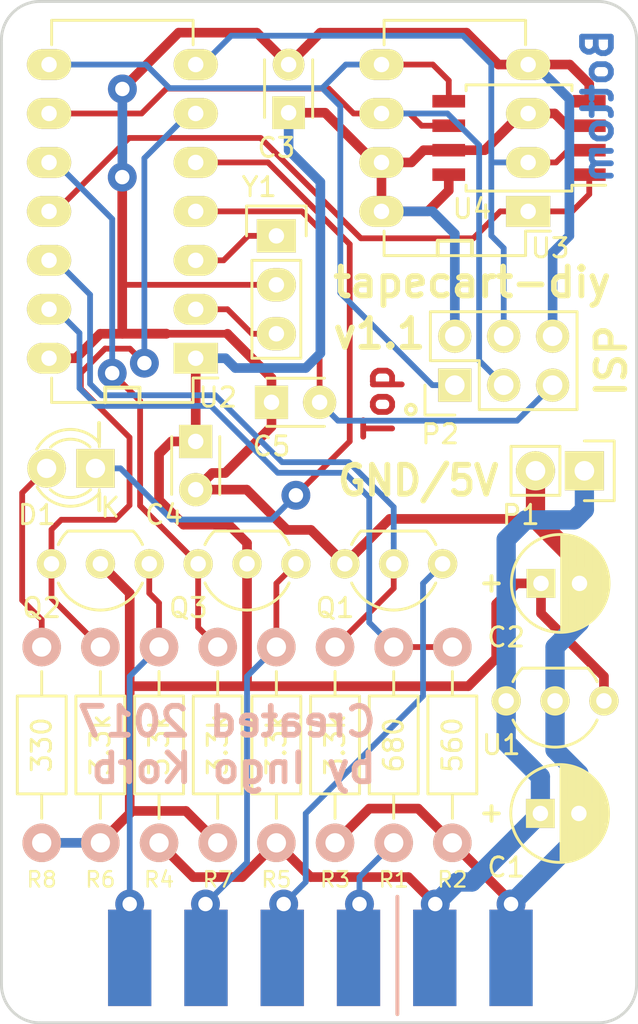
<source format=kicad_pcb>
(kicad_pcb (version 4) (host pcbnew 4.0.5)

  (general
    (links 73)
    (no_connects 0)
    (area 131.817999 43.894999 164.968001 97.045001)
    (thickness 1.6)
    (drawings 30)
    (tracks 304)
    (zones 0)
    (modules 25)
    (nets 21)
  )

  (page A4)
  (layers
    (0 F.Cu signal)
    (31 B.Cu signal)
    (32 B.Adhes user)
    (33 F.Adhes user)
    (34 B.Paste user)
    (35 F.Paste user)
    (36 B.SilkS user hide)
    (37 F.SilkS user)
    (38 B.Mask user)
    (39 F.Mask user)
    (40 Dwgs.User user)
    (41 Cmts.User user)
    (42 Eco1.User user)
    (43 Eco2.User user)
    (44 Edge.Cuts user)
    (45 Margin user)
    (46 B.CrtYd user)
    (47 F.CrtYd user)
    (48 B.Fab user)
    (49 F.Fab user hide)
  )

  (setup
    (last_trace_width 0.3)
    (trace_clearance 0.25)
    (zone_clearance 0.508)
    (zone_45_only no)
    (trace_min 0.2)
    (segment_width 0.2)
    (edge_width 0.15)
    (via_size 1.5)
    (via_drill 0.75)
    (via_min_size 0.4)
    (via_min_drill 0.3)
    (uvia_size 0.3)
    (uvia_drill 0.1)
    (uvias_allowed no)
    (uvia_min_size 0.2)
    (uvia_min_drill 0.1)
    (pcb_text_width 0.3)
    (pcb_text_size 1.5 1.5)
    (mod_edge_width 0.15)
    (mod_text_size 1 1)
    (mod_text_width 0.15)
    (pad_size 1.7 1.7)
    (pad_drill 0.8)
    (pad_to_mask_clearance 0.2)
    (aux_axis_origin 0 0)
    (grid_origin 159.893 77.47)
    (visible_elements 7FFFFFFF)
    (pcbplotparams
      (layerselection 0x010f0_80000001)
      (usegerberextensions false)
      (excludeedgelayer true)
      (linewidth 0.100000)
      (plotframeref false)
      (viasonmask false)
      (mode 1)
      (useauxorigin false)
      (hpglpennumber 1)
      (hpglpenspeed 20)
      (hpglpendiameter 15)
      (hpglpenoverlay 2)
      (psnegative false)
      (psa4output false)
      (plotreference true)
      (plotvalue true)
      (plotinvisibletext false)
      (padsonsilk false)
      (subtractmaskfromsilk false)
      (outputformat 1)
      (mirror false)
      (drillshape 0)
      (scaleselection 1)
      (outputdirectory gerber))
  )

  (net 0 "")
  (net 1 +5V)
  (net 2 GND)
  (net 3 +3V3)
  (net 4 /Reset)
  (net 5 /Motor5)
  (net 6 /Read5)
  (net 7 /Write5)
  (net 8 /Sense5)
  (net 9 "Net-(D1-Pad1)")
  (net 10 /MISO)
  (net 11 /SCK)
  (net 12 /MOSI)
  (net 13 /Read3)
  (net 14 /Sense3)
  (net 15 /Write3)
  (net 16 /Motor3)
  (net 17 "Net-(U2-Pad2)")
  (net 18 "Net-(U2-Pad3)")
  (net 19 /SSEL)
  (net 20 "Net-(D1-Pad2)")

  (net_class Default "This is the default net class."
    (clearance 0.25)
    (trace_width 0.3)
    (via_dia 1.5)
    (via_drill 0.75)
    (uvia_dia 0.3)
    (uvia_drill 0.1)
    (add_net /MISO)
    (add_net /MOSI)
    (add_net /Motor3)
    (add_net /Motor5)
    (add_net /Read3)
    (add_net /Read5)
    (add_net /Reset)
    (add_net /SCK)
    (add_net /SSEL)
    (add_net /Sense3)
    (add_net /Sense5)
    (add_net /Write3)
    (add_net /Write5)
    (add_net "Net-(D1-Pad1)")
    (add_net "Net-(D1-Pad2)")
    (add_net "Net-(U2-Pad2)")
    (add_net "Net-(U2-Pad3)")
  )

  (net_class Power ""
    (clearance 0.25)
    (trace_width 0.5)
    (via_dia 1.5)
    (via_drill 0.75)
    (uvia_dia 0.3)
    (uvia_drill 0.1)
    (add_net +3V3)
    (add_net +5V)
    (add_net GND)
  )

  (module Resistors_ThroughHole:Resistor_Horizontal_RM10mm (layer F.Cu) (tedit 593BD199) (tstamp 593BC3D7)
    (at 152.273 87.63 90)
    (descr "Resistor, Axial,  RM 10mm, 1/3W")
    (tags "Resistor Axial RM 10mm 1/3W")
    (path /5939FD6C)
    (fp_text reference R1 (at -1.905 0 180) (layer F.SilkS)
      (effects (font (size 0.8 0.8) (thickness 0.12)))
    )
    (fp_text value 680 (at 5.08 0 90) (layer F.SilkS)
      (effects (font (size 1 1) (thickness 0.15)))
    )
    (fp_line (start -1.25 -1.5) (end 11.4 -1.5) (layer F.CrtYd) (width 0.05))
    (fp_line (start -1.25 1.5) (end -1.25 -1.5) (layer F.CrtYd) (width 0.05))
    (fp_line (start 11.4 -1.5) (end 11.4 1.5) (layer F.CrtYd) (width 0.05))
    (fp_line (start -1.25 1.5) (end 11.4 1.5) (layer F.CrtYd) (width 0.05))
    (fp_line (start 2.54 -1.27) (end 7.62 -1.27) (layer F.SilkS) (width 0.15))
    (fp_line (start 7.62 -1.27) (end 7.62 1.27) (layer F.SilkS) (width 0.15))
    (fp_line (start 7.62 1.27) (end 2.54 1.27) (layer F.SilkS) (width 0.15))
    (fp_line (start 2.54 1.27) (end 2.54 -1.27) (layer F.SilkS) (width 0.15))
    (fp_line (start 2.54 0) (end 1.27 0) (layer F.SilkS) (width 0.15))
    (fp_line (start 7.62 0) (end 8.89 0) (layer F.SilkS) (width 0.15))
    (pad 1 thru_hole circle (at 0 0 90) (size 1.99898 1.99898) (drill 1.00076) (layers *.Cu *.SilkS *.Mask)
      (net 5 /Motor5))
    (pad 2 thru_hole circle (at 10.16 0 90) (size 1.99898 1.99898) (drill 1.00076) (layers *.Cu *.SilkS *.Mask)
      (net 16 /Motor3))
    (model Resistors_ThroughHole.3dshapes/Resistor_Horizontal_RM10mm.wrl
      (at (xyz 0.2 0 0))
      (scale (xyz 0.4 0.4 0.4))
      (rotate (xyz 0 0 0))
    )
  )

  (module Resistors_ThroughHole:Resistor_Horizontal_RM10mm (layer F.Cu) (tedit 593BD192) (tstamp 593BC3DD)
    (at 155.321 77.47 270)
    (descr "Resistor, Axial,  RM 10mm, 1/3W")
    (tags "Resistor Axial RM 10mm 1/3W")
    (path /5939FDA3)
    (fp_text reference R2 (at 12.065 0 360) (layer F.SilkS)
      (effects (font (size 0.8 0.8) (thickness 0.12)))
    )
    (fp_text value 560 (at 5.08 0 270) (layer F.SilkS)
      (effects (font (size 1 1) (thickness 0.15)))
    )
    (fp_line (start -1.25 -1.5) (end 11.4 -1.5) (layer F.CrtYd) (width 0.05))
    (fp_line (start -1.25 1.5) (end -1.25 -1.5) (layer F.CrtYd) (width 0.05))
    (fp_line (start 11.4 -1.5) (end 11.4 1.5) (layer F.CrtYd) (width 0.05))
    (fp_line (start -1.25 1.5) (end 11.4 1.5) (layer F.CrtYd) (width 0.05))
    (fp_line (start 2.54 -1.27) (end 7.62 -1.27) (layer F.SilkS) (width 0.15))
    (fp_line (start 7.62 -1.27) (end 7.62 1.27) (layer F.SilkS) (width 0.15))
    (fp_line (start 7.62 1.27) (end 2.54 1.27) (layer F.SilkS) (width 0.15))
    (fp_line (start 2.54 1.27) (end 2.54 -1.27) (layer F.SilkS) (width 0.15))
    (fp_line (start 2.54 0) (end 1.27 0) (layer F.SilkS) (width 0.15))
    (fp_line (start 7.62 0) (end 8.89 0) (layer F.SilkS) (width 0.15))
    (pad 1 thru_hole circle (at 0 0 270) (size 1.99898 1.99898) (drill 1.00076) (layers *.Cu *.SilkS *.Mask)
      (net 16 /Motor3))
    (pad 2 thru_hole circle (at 10.16 0 270) (size 1.99898 1.99898) (drill 1.00076) (layers *.Cu *.SilkS *.Mask)
      (net 2 GND))
    (model Resistors_ThroughHole.3dshapes/Resistor_Horizontal_RM10mm.wrl
      (at (xyz 0.2 0 0))
      (scale (xyz 0.4 0.4 0.4))
      (rotate (xyz 0 0 0))
    )
  )

  (module Resistors_ThroughHole:Resistor_Horizontal_RM10mm (layer F.Cu) (tedit 593BD18E) (tstamp 593BC401)
    (at 133.985 87.63 90)
    (descr "Resistor, Axial,  RM 10mm, 1/3W")
    (tags "Resistor Axial RM 10mm 1/3W")
    (path /5938900F)
    (fp_text reference R8 (at -1.905 0 180) (layer F.SilkS)
      (effects (font (size 0.8 0.8) (thickness 0.12)))
    )
    (fp_text value 330 (at 5.08 0 90) (layer F.SilkS)
      (effects (font (size 1 1) (thickness 0.15)))
    )
    (fp_line (start -1.25 -1.5) (end 11.4 -1.5) (layer F.CrtYd) (width 0.05))
    (fp_line (start -1.25 1.5) (end -1.25 -1.5) (layer F.CrtYd) (width 0.05))
    (fp_line (start 11.4 -1.5) (end 11.4 1.5) (layer F.CrtYd) (width 0.05))
    (fp_line (start -1.25 1.5) (end 11.4 1.5) (layer F.CrtYd) (width 0.05))
    (fp_line (start 2.54 -1.27) (end 7.62 -1.27) (layer F.SilkS) (width 0.15))
    (fp_line (start 7.62 -1.27) (end 7.62 1.27) (layer F.SilkS) (width 0.15))
    (fp_line (start 7.62 1.27) (end 2.54 1.27) (layer F.SilkS) (width 0.15))
    (fp_line (start 2.54 1.27) (end 2.54 -1.27) (layer F.SilkS) (width 0.15))
    (fp_line (start 2.54 0) (end 1.27 0) (layer F.SilkS) (width 0.15))
    (fp_line (start 7.62 0) (end 8.89 0) (layer F.SilkS) (width 0.15))
    (pad 1 thru_hole circle (at 0 0 90) (size 1.99898 1.99898) (drill 1.00076) (layers *.Cu *.SilkS *.Mask)
      (net 3 +3V3))
    (pad 2 thru_hole circle (at 10.16 0 90) (size 1.99898 1.99898) (drill 1.00076) (layers *.Cu *.SilkS *.Mask)
      (net 20 "Net-(D1-Pad2)"))
    (model Resistors_ThroughHole.3dshapes/Resistor_Horizontal_RM10mm.wrl
      (at (xyz 0.2 0 0))
      (scale (xyz 0.4 0.4 0.4))
      (rotate (xyz 0 0 0))
    )
  )

  (module Resistors_ThroughHole:Resistor_Horizontal_RM10mm (layer F.Cu) (tedit 593BD1A2) (tstamp 593BC3EF)
    (at 146.177 87.63 90)
    (descr "Resistor, Axial,  RM 10mm, 1/3W")
    (tags "Resistor Axial RM 10mm 1/3W")
    (path /593A017C)
    (fp_text reference R5 (at -1.905 0 180) (layer F.SilkS)
      (effects (font (size 0.8 0.8) (thickness 0.12)))
    )
    (fp_text value 3.3k (at 5.08 0 90) (layer F.SilkS)
      (effects (font (size 1 1) (thickness 0.15)))
    )
    (fp_line (start -1.25 -1.5) (end 11.4 -1.5) (layer F.CrtYd) (width 0.05))
    (fp_line (start -1.25 1.5) (end -1.25 -1.5) (layer F.CrtYd) (width 0.05))
    (fp_line (start 11.4 -1.5) (end 11.4 1.5) (layer F.CrtYd) (width 0.05))
    (fp_line (start -1.25 1.5) (end 11.4 1.5) (layer F.CrtYd) (width 0.05))
    (fp_line (start 2.54 -1.27) (end 7.62 -1.27) (layer F.SilkS) (width 0.15))
    (fp_line (start 7.62 -1.27) (end 7.62 1.27) (layer F.SilkS) (width 0.15))
    (fp_line (start 7.62 1.27) (end 2.54 1.27) (layer F.SilkS) (width 0.15))
    (fp_line (start 2.54 1.27) (end 2.54 -1.27) (layer F.SilkS) (width 0.15))
    (fp_line (start 2.54 0) (end 1.27 0) (layer F.SilkS) (width 0.15))
    (fp_line (start 7.62 0) (end 8.89 0) (layer F.SilkS) (width 0.15))
    (pad 1 thru_hole circle (at 0 0 90) (size 1.99898 1.99898) (drill 1.00076) (layers *.Cu *.SilkS *.Mask)
      (net 1 +5V))
    (pad 2 thru_hole circle (at 10.16 0 90) (size 1.99898 1.99898) (drill 1.00076) (layers *.Cu *.SilkS *.Mask)
      (net 7 /Write5))
    (model Resistors_ThroughHole.3dshapes/Resistor_Horizontal_RM10mm.wrl
      (at (xyz 0.2 0 0))
      (scale (xyz 0.4 0.4 0.4))
      (rotate (xyz 0 0 0))
    )
  )

  (module Resistors_ThroughHole:Resistor_Horizontal_RM10mm (layer F.Cu) (tedit 593BD19D) (tstamp 593BC3E3)
    (at 149.225 77.47 270)
    (descr "Resistor, Axial,  RM 10mm, 1/3W")
    (tags "Resistor Axial RM 10mm 1/3W")
    (path /5939FDDC)
    (fp_text reference R3 (at 12.065 0 360) (layer F.SilkS)
      (effects (font (size 0.8 0.8) (thickness 0.12)))
    )
    (fp_text value 3.3k (at 5.08 0 270) (layer F.SilkS)
      (effects (font (size 1 1) (thickness 0.15)))
    )
    (fp_line (start -1.25 -1.5) (end 11.4 -1.5) (layer F.CrtYd) (width 0.05))
    (fp_line (start -1.25 1.5) (end -1.25 -1.5) (layer F.CrtYd) (width 0.05))
    (fp_line (start 11.4 -1.5) (end 11.4 1.5) (layer F.CrtYd) (width 0.05))
    (fp_line (start -1.25 1.5) (end 11.4 1.5) (layer F.CrtYd) (width 0.05))
    (fp_line (start 2.54 -1.27) (end 7.62 -1.27) (layer F.SilkS) (width 0.15))
    (fp_line (start 7.62 -1.27) (end 7.62 1.27) (layer F.SilkS) (width 0.15))
    (fp_line (start 7.62 1.27) (end 2.54 1.27) (layer F.SilkS) (width 0.15))
    (fp_line (start 2.54 1.27) (end 2.54 -1.27) (layer F.SilkS) (width 0.15))
    (fp_line (start 2.54 0) (end 1.27 0) (layer F.SilkS) (width 0.15))
    (fp_line (start 7.62 0) (end 8.89 0) (layer F.SilkS) (width 0.15))
    (pad 1 thru_hole circle (at 0 0 270) (size 1.99898 1.99898) (drill 1.00076) (layers *.Cu *.SilkS *.Mask)
      (net 13 /Read3))
    (pad 2 thru_hole circle (at 10.16 0 270) (size 1.99898 1.99898) (drill 1.00076) (layers *.Cu *.SilkS *.Mask)
      (net 2 GND))
    (model Resistors_ThroughHole.3dshapes/Resistor_Horizontal_RM10mm.wrl
      (at (xyz 0.2 0 0))
      (scale (xyz 0.4 0.4 0.4))
      (rotate (xyz 0 0 0))
    )
  )

  (module Resistors_ThroughHole:Resistor_Horizontal_RM10mm (layer F.Cu) (tedit 593BD1AC) (tstamp 593BC3E9)
    (at 140.081 87.63 90)
    (descr "Resistor, Axial,  RM 10mm, 1/3W")
    (tags "Resistor Axial RM 10mm 1/3W")
    (path /593A013F)
    (fp_text reference R4 (at -1.905 0 180) (layer F.SilkS)
      (effects (font (size 0.8 0.8) (thickness 0.12)))
    )
    (fp_text value 3.3k (at 5.08 0 90) (layer F.SilkS)
      (effects (font (size 1 1) (thickness 0.15)))
    )
    (fp_line (start -1.25 -1.5) (end 11.4 -1.5) (layer F.CrtYd) (width 0.05))
    (fp_line (start -1.25 1.5) (end -1.25 -1.5) (layer F.CrtYd) (width 0.05))
    (fp_line (start 11.4 -1.5) (end 11.4 1.5) (layer F.CrtYd) (width 0.05))
    (fp_line (start -1.25 1.5) (end 11.4 1.5) (layer F.CrtYd) (width 0.05))
    (fp_line (start 2.54 -1.27) (end 7.62 -1.27) (layer F.SilkS) (width 0.15))
    (fp_line (start 7.62 -1.27) (end 7.62 1.27) (layer F.SilkS) (width 0.15))
    (fp_line (start 7.62 1.27) (end 2.54 1.27) (layer F.SilkS) (width 0.15))
    (fp_line (start 2.54 1.27) (end 2.54 -1.27) (layer F.SilkS) (width 0.15))
    (fp_line (start 2.54 0) (end 1.27 0) (layer F.SilkS) (width 0.15))
    (fp_line (start 7.62 0) (end 8.89 0) (layer F.SilkS) (width 0.15))
    (pad 1 thru_hole circle (at 0 0 90) (size 1.99898 1.99898) (drill 1.00076) (layers *.Cu *.SilkS *.Mask)
      (net 1 +5V))
    (pad 2 thru_hole circle (at 10.16 0 90) (size 1.99898 1.99898) (drill 1.00076) (layers *.Cu *.SilkS *.Mask)
      (net 8 /Sense5))
    (model Resistors_ThroughHole.3dshapes/Resistor_Horizontal_RM10mm.wrl
      (at (xyz 0.2 0 0))
      (scale (xyz 0.4 0.4 0.4))
      (rotate (xyz 0 0 0))
    )
  )

  (module Resistors_ThroughHole:Resistor_Horizontal_RM10mm (layer F.Cu) (tedit 593BD1CC) (tstamp 593BC3F5)
    (at 137.033 87.63 90)
    (descr "Resistor, Axial,  RM 10mm, 1/3W")
    (tags "Resistor Axial RM 10mm 1/3W")
    (path /593A01BB)
    (fp_text reference R6 (at -1.905 0 180) (layer F.SilkS)
      (effects (font (size 0.8 0.8) (thickness 0.12)))
    )
    (fp_text value 3.3k (at 5.08 0 90) (layer F.SilkS)
      (effects (font (size 1 1) (thickness 0.15)))
    )
    (fp_line (start -1.25 -1.5) (end 11.4 -1.5) (layer F.CrtYd) (width 0.05))
    (fp_line (start -1.25 1.5) (end -1.25 -1.5) (layer F.CrtYd) (width 0.05))
    (fp_line (start 11.4 -1.5) (end 11.4 1.5) (layer F.CrtYd) (width 0.05))
    (fp_line (start -1.25 1.5) (end 11.4 1.5) (layer F.CrtYd) (width 0.05))
    (fp_line (start 2.54 -1.27) (end 7.62 -1.27) (layer F.SilkS) (width 0.15))
    (fp_line (start 7.62 -1.27) (end 7.62 1.27) (layer F.SilkS) (width 0.15))
    (fp_line (start 7.62 1.27) (end 2.54 1.27) (layer F.SilkS) (width 0.15))
    (fp_line (start 2.54 1.27) (end 2.54 -1.27) (layer F.SilkS) (width 0.15))
    (fp_line (start 2.54 0) (end 1.27 0) (layer F.SilkS) (width 0.15))
    (fp_line (start 7.62 0) (end 8.89 0) (layer F.SilkS) (width 0.15))
    (pad 1 thru_hole circle (at 0 0 90) (size 1.99898 1.99898) (drill 1.00076) (layers *.Cu *.SilkS *.Mask)
      (net 3 +3V3))
    (pad 2 thru_hole circle (at 10.16 0 90) (size 1.99898 1.99898) (drill 1.00076) (layers *.Cu *.SilkS *.Mask)
      (net 14 /Sense3))
    (model Resistors_ThroughHole.3dshapes/Resistor_Horizontal_RM10mm.wrl
      (at (xyz 0.2 0 0))
      (scale (xyz 0.4 0.4 0.4))
      (rotate (xyz 0 0 0))
    )
  )

  (module Resistors_ThroughHole:Resistor_Horizontal_RM10mm (layer F.Cu) (tedit 593BD1A8) (tstamp 593BC3FB)
    (at 143.129 77.47 270)
    (descr "Resistor, Axial,  RM 10mm, 1/3W")
    (tags "Resistor Axial RM 10mm 1/3W")
    (path /593A01FE)
    (fp_text reference R7 (at 12.065 0 360) (layer F.SilkS)
      (effects (font (size 0.8 0.8) (thickness 0.12)))
    )
    (fp_text value 3.3k (at 5.08 0 270) (layer F.SilkS)
      (effects (font (size 1 1) (thickness 0.15)))
    )
    (fp_line (start -1.25 -1.5) (end 11.4 -1.5) (layer F.CrtYd) (width 0.05))
    (fp_line (start -1.25 1.5) (end -1.25 -1.5) (layer F.CrtYd) (width 0.05))
    (fp_line (start 11.4 -1.5) (end 11.4 1.5) (layer F.CrtYd) (width 0.05))
    (fp_line (start -1.25 1.5) (end 11.4 1.5) (layer F.CrtYd) (width 0.05))
    (fp_line (start 2.54 -1.27) (end 7.62 -1.27) (layer F.SilkS) (width 0.15))
    (fp_line (start 7.62 -1.27) (end 7.62 1.27) (layer F.SilkS) (width 0.15))
    (fp_line (start 7.62 1.27) (end 2.54 1.27) (layer F.SilkS) (width 0.15))
    (fp_line (start 2.54 1.27) (end 2.54 -1.27) (layer F.SilkS) (width 0.15))
    (fp_line (start 2.54 0) (end 1.27 0) (layer F.SilkS) (width 0.15))
    (fp_line (start 7.62 0) (end 8.89 0) (layer F.SilkS) (width 0.15))
    (pad 1 thru_hole circle (at 0 0 270) (size 1.99898 1.99898) (drill 1.00076) (layers *.Cu *.SilkS *.Mask)
      (net 15 /Write3))
    (pad 2 thru_hole circle (at 10.16 0 270) (size 1.99898 1.99898) (drill 1.00076) (layers *.Cu *.SilkS *.Mask)
      (net 3 +3V3))
    (model Resistors_ThroughHole.3dshapes/Resistor_Horizontal_RM10mm.wrl
      (at (xyz 0.2 0 0))
      (scale (xyz 0.4 0.4 0.4))
      (rotate (xyz 0 0 0))
    )
  )

  (module TO_SOT_Packages_THT:TO-92_Inline_Wide (layer F.Cu) (tedit 54F242B4) (tstamp 593BC3C3)
    (at 139.573 73.152 180)
    (descr "TO-92 leads in-line, wide, drill 0.8mm (see NXP sot054_po.pdf)")
    (tags "to-92 sc-43 sc-43a sot54 PA33 transistor")
    (path /593890BF)
    (fp_text reference Q2 (at 5.588 -2.286 360) (layer F.SilkS)
      (effects (font (size 1 1) (thickness 0.15)))
    )
    (fp_text value BS170 (at 0 3 180) (layer F.Fab)
      (effects (font (size 1 1) (thickness 0.15)))
    )
    (fp_arc (start 2.54 0) (end 0.84 1.7) (angle 20.5) (layer F.SilkS) (width 0.15))
    (fp_arc (start 2.54 0) (end 4.24 1.7) (angle -20.5) (layer F.SilkS) (width 0.15))
    (fp_line (start -1 1.95) (end -1 -2.65) (layer F.CrtYd) (width 0.05))
    (fp_line (start -1 1.95) (end 6.1 1.95) (layer F.CrtYd) (width 0.05))
    (fp_line (start 0.84 1.7) (end 4.24 1.7) (layer F.SilkS) (width 0.15))
    (fp_arc (start 2.54 0) (end 2.54 -2.4) (angle -65.55604127) (layer F.SilkS) (width 0.15))
    (fp_arc (start 2.54 0) (end 2.54 -2.4) (angle 65.55604127) (layer F.SilkS) (width 0.15))
    (fp_line (start -1 -2.65) (end 6.1 -2.65) (layer F.CrtYd) (width 0.05))
    (fp_line (start 6.1 1.95) (end 6.1 -2.65) (layer F.CrtYd) (width 0.05))
    (pad 2 thru_hole circle (at 2.54 0 270) (size 1.524 1.524) (drill 0.8) (layers *.Cu *.Mask F.SilkS)
      (net 3 +3V3))
    (pad 3 thru_hole circle (at 5.08 0 270) (size 1.524 1.524) (drill 0.8) (layers *.Cu *.Mask F.SilkS)
      (net 14 /Sense3))
    (pad 1 thru_hole circle (at 0 0 270) (size 1.524 1.524) (drill 0.8) (layers *.Cu *.Mask F.SilkS)
      (net 8 /Sense5))
    (model TO_SOT_Packages_THT.3dshapes/TO-92_Inline_Wide.wrl
      (at (xyz 0.1 0 0))
      (scale (xyz 1 1 1))
      (rotate (xyz 0 0 -90))
    )
  )

  (module Capacitors_ThroughHole:C_Radial_D5_L11_P2 (layer F.Cu) (tedit 596107B1) (tstamp 593BC370)
    (at 159.925 74.168)
    (descr "Radial Electrolytic Capacitor 5mm x Length 11mm, Pitch 2mm")
    (tags "Electrolytic Capacitor")
    (path /593875B8)
    (fp_text reference C2 (at -1.81 2.794) (layer F.SilkS)
      (effects (font (size 1 1) (thickness 0.15)))
    )
    (fp_text value 4.7uF (at 1 3.8) (layer F.Fab)
      (effects (font (size 1 1) (thickness 0.15)))
    )
    (fp_line (start 1.075 -2.499) (end 1.075 2.499) (layer F.SilkS) (width 0.15))
    (fp_line (start 1.215 -2.491) (end 1.215 -0.154) (layer F.SilkS) (width 0.15))
    (fp_line (start 1.215 0.154) (end 1.215 2.491) (layer F.SilkS) (width 0.15))
    (fp_line (start 1.355 -2.475) (end 1.355 -0.473) (layer F.SilkS) (width 0.15))
    (fp_line (start 1.355 0.473) (end 1.355 2.475) (layer F.SilkS) (width 0.15))
    (fp_line (start 1.495 -2.451) (end 1.495 -0.62) (layer F.SilkS) (width 0.15))
    (fp_line (start 1.495 0.62) (end 1.495 2.451) (layer F.SilkS) (width 0.15))
    (fp_line (start 1.635 -2.418) (end 1.635 -0.712) (layer F.SilkS) (width 0.15))
    (fp_line (start 1.635 0.712) (end 1.635 2.418) (layer F.SilkS) (width 0.15))
    (fp_line (start 1.775 -2.377) (end 1.775 -0.768) (layer F.SilkS) (width 0.15))
    (fp_line (start 1.775 0.768) (end 1.775 2.377) (layer F.SilkS) (width 0.15))
    (fp_line (start 1.915 -2.327) (end 1.915 -0.795) (layer F.SilkS) (width 0.15))
    (fp_line (start 1.915 0.795) (end 1.915 2.327) (layer F.SilkS) (width 0.15))
    (fp_line (start 2.055 -2.266) (end 2.055 -0.798) (layer F.SilkS) (width 0.15))
    (fp_line (start 2.055 0.798) (end 2.055 2.266) (layer F.SilkS) (width 0.15))
    (fp_line (start 2.195 -2.196) (end 2.195 -0.776) (layer F.SilkS) (width 0.15))
    (fp_line (start 2.195 0.776) (end 2.195 2.196) (layer F.SilkS) (width 0.15))
    (fp_line (start 2.335 -2.114) (end 2.335 -0.726) (layer F.SilkS) (width 0.15))
    (fp_line (start 2.335 0.726) (end 2.335 2.114) (layer F.SilkS) (width 0.15))
    (fp_line (start 2.475 -2.019) (end 2.475 -0.644) (layer F.SilkS) (width 0.15))
    (fp_line (start 2.475 0.644) (end 2.475 2.019) (layer F.SilkS) (width 0.15))
    (fp_line (start 2.615 -1.908) (end 2.615 -0.512) (layer F.SilkS) (width 0.15))
    (fp_line (start 2.615 0.512) (end 2.615 1.908) (layer F.SilkS) (width 0.15))
    (fp_line (start 2.755 -1.78) (end 2.755 -0.265) (layer F.SilkS) (width 0.15))
    (fp_line (start 2.755 0.265) (end 2.755 1.78) (layer F.SilkS) (width 0.15))
    (fp_line (start 2.895 -1.631) (end 2.895 1.631) (layer F.SilkS) (width 0.15))
    (fp_line (start 3.035 -1.452) (end 3.035 1.452) (layer F.SilkS) (width 0.15))
    (fp_line (start 3.175 -1.233) (end 3.175 1.233) (layer F.SilkS) (width 0.15))
    (fp_line (start 3.315 -0.944) (end 3.315 0.944) (layer F.SilkS) (width 0.15))
    (fp_line (start 3.455 -0.472) (end 3.455 0.472) (layer F.SilkS) (width 0.15))
    (fp_circle (center 2 0) (end 2 -0.8) (layer F.SilkS) (width 0.15))
    (fp_circle (center 1 0) (end 1 -2.5375) (layer F.SilkS) (width 0.15))
    (fp_circle (center 1 0) (end 1 -2.8) (layer F.CrtYd) (width 0.05))
    (pad 1 thru_hole rect (at 0 0) (size 1.5 1.5) (drill 0.8) (layers *.Cu *.Mask F.SilkS)
      (net 3 +3V3))
    (pad 2 thru_hole circle (at 2 0) (size 1.5 1.5) (drill 0.8) (layers *.Cu *.Mask F.SilkS)
      (net 2 GND))
    (model Capacitors_ThroughHole.3dshapes/C_Radial_D5_L11_P2.wrl
      (at (xyz 0 0 0))
      (scale (xyz 1 1 1))
      (rotate (xyz 0 0 0))
    )
  )

  (module TO_SOT_Packages_THT:TO-92_Inline_Wide (layer F.Cu) (tedit 54F242B4) (tstamp 593BC40F)
    (at 163.195 80.264 180)
    (descr "TO-92 leads in-line, wide, drill 0.8mm (see NXP sot054_po.pdf)")
    (tags "to-92 sc-43 sc-43a sot54 PA33 transistor")
    (path /59387569)
    (fp_text reference U1 (at 5.334 -2.286 360) (layer F.SilkS)
      (effects (font (size 1 1) (thickness 0.15)))
    )
    (fp_text value LP2950-3.3 (at 0 3 180) (layer F.Fab)
      (effects (font (size 1 1) (thickness 0.15)))
    )
    (fp_arc (start 2.54 0) (end 0.84 1.7) (angle 20.5) (layer F.SilkS) (width 0.15))
    (fp_arc (start 2.54 0) (end 4.24 1.7) (angle -20.5) (layer F.SilkS) (width 0.15))
    (fp_line (start -1 1.95) (end -1 -2.65) (layer F.CrtYd) (width 0.05))
    (fp_line (start -1 1.95) (end 6.1 1.95) (layer F.CrtYd) (width 0.05))
    (fp_line (start 0.84 1.7) (end 4.24 1.7) (layer F.SilkS) (width 0.15))
    (fp_arc (start 2.54 0) (end 2.54 -2.4) (angle -65.55604127) (layer F.SilkS) (width 0.15))
    (fp_arc (start 2.54 0) (end 2.54 -2.4) (angle 65.55604127) (layer F.SilkS) (width 0.15))
    (fp_line (start -1 -2.65) (end 6.1 -2.65) (layer F.CrtYd) (width 0.05))
    (fp_line (start 6.1 1.95) (end 6.1 -2.65) (layer F.CrtYd) (width 0.05))
    (pad 2 thru_hole circle (at 2.54 0 270) (size 1.524 1.524) (drill 0.8) (layers *.Cu *.Mask F.SilkS)
      (net 2 GND))
    (pad 3 thru_hole circle (at 5.08 0 270) (size 1.524 1.524) (drill 0.8) (layers *.Cu *.Mask F.SilkS)
      (net 1 +5V))
    (pad 1 thru_hole circle (at 0 0 270) (size 1.524 1.524) (drill 0.8) (layers *.Cu *.Mask F.SilkS)
      (net 3 +3V3))
    (model TO_SOT_Packages_THT.3dshapes/TO-92_Inline_Wide.wrl
      (at (xyz 0.1 0 0))
      (scale (xyz 1 1 1))
      (rotate (xyz 0 0 -90))
    )
  )

  (module Housings_DIP:DIP-8_W7.62mm_LongPads (layer F.Cu) (tedit 593BD261) (tstamp 593BC42D)
    (at 159.258 54.864 180)
    (descr "8-lead dip package, row spacing 7.62 mm (300 mils), longer pads")
    (tags "dil dip 2.54 300")
    (path /593870AF)
    (fp_text reference U3 (at -1.143 -1.905 180) (layer F.SilkS)
      (effects (font (size 1 1) (thickness 0.15)))
    )
    (fp_text value W25Q16DV (at 0 -3.72 180) (layer F.Fab)
      (effects (font (size 1 1) (thickness 0.15)))
    )
    (fp_line (start -1.4 -2.45) (end -1.4 10.1) (layer F.CrtYd) (width 0.05))
    (fp_line (start 9 -2.45) (end 9 10.1) (layer F.CrtYd) (width 0.05))
    (fp_line (start -1.4 -2.45) (end 9 -2.45) (layer F.CrtYd) (width 0.05))
    (fp_line (start -1.4 10.1) (end 9 10.1) (layer F.CrtYd) (width 0.05))
    (fp_line (start 0.135 -2.295) (end 0.135 -1.025) (layer F.SilkS) (width 0.15))
    (fp_line (start 7.485 -2.295) (end 7.485 -1.025) (layer F.SilkS) (width 0.15))
    (fp_line (start 7.485 9.915) (end 7.485 8.645) (layer F.SilkS) (width 0.15))
    (fp_line (start 0.135 9.915) (end 0.135 8.645) (layer F.SilkS) (width 0.15))
    (fp_line (start 0.135 -2.295) (end 7.485 -2.295) (layer F.SilkS) (width 0.15))
    (fp_line (start 0.135 9.915) (end 7.485 9.915) (layer F.SilkS) (width 0.15))
    (fp_line (start 0.135 -1.025) (end -1.15 -1.025) (layer F.SilkS) (width 0.15))
    (pad 1 thru_hole rect (at 0 0 180) (size 2.3 1.6) (drill 0.8) (layers *.Cu *.Mask F.SilkS)
      (net 19 /SSEL))
    (pad 2 thru_hole oval (at 0 2.54 180) (size 2.3 1.6) (drill 0.8) (layers *.Cu *.Mask F.SilkS)
      (net 12 /MOSI))
    (pad 3 thru_hole oval (at 0 5.08 180) (size 2.3 1.6) (drill 0.8) (layers *.Cu *.Mask F.SilkS)
      (net 3 +3V3))
    (pad 4 thru_hole oval (at 0 7.62 180) (size 2.3 1.6) (drill 0.8) (layers *.Cu *.Mask F.SilkS)
      (net 2 GND))
    (pad 5 thru_hole oval (at 7.62 7.62 180) (size 2.3 1.6) (drill 0.8) (layers *.Cu *.Mask F.SilkS)
      (net 10 /MISO))
    (pad 6 thru_hole oval (at 7.62 5.08 180) (size 2.3 1.6) (drill 0.8) (layers *.Cu *.Mask F.SilkS)
      (net 11 /SCK))
    (pad 7 thru_hole oval (at 7.62 2.54 180) (size 2.3 1.6) (drill 0.8) (layers *.Cu *.Mask F.SilkS)
      (net 3 +3V3))
    (pad 8 thru_hole oval (at 7.62 0 180) (size 2.3 1.6) (drill 0.8) (layers *.Cu *.Mask F.SilkS)
      (net 3 +3V3))
    (model Housings_DIP.3dshapes/DIP-8_W7.62mm_LongPads.wrl
      (at (xyz 0 0 0))
      (scale (xyz 1 1 1))
      (rotate (xyz 0 0 0))
    )
  )

  (module Capacitors_ThroughHole:C_Radial_D5_L11_P2 (layer F.Cu) (tedit 596107C2) (tstamp 593BC36A)
    (at 159.893 86.106)
    (descr "Radial Electrolytic Capacitor 5mm x Length 11mm, Pitch 2mm")
    (tags "Electrolytic Capacitor")
    (path /593875F5)
    (fp_text reference C1 (at -1.778 2.794) (layer F.SilkS)
      (effects (font (size 1 1) (thickness 0.15)))
    )
    (fp_text value 4.7uF (at 1 3.8) (layer F.Fab)
      (effects (font (size 1 1) (thickness 0.15)))
    )
    (fp_line (start 1.075 -2.499) (end 1.075 2.499) (layer F.SilkS) (width 0.15))
    (fp_line (start 1.215 -2.491) (end 1.215 -0.154) (layer F.SilkS) (width 0.15))
    (fp_line (start 1.215 0.154) (end 1.215 2.491) (layer F.SilkS) (width 0.15))
    (fp_line (start 1.355 -2.475) (end 1.355 -0.473) (layer F.SilkS) (width 0.15))
    (fp_line (start 1.355 0.473) (end 1.355 2.475) (layer F.SilkS) (width 0.15))
    (fp_line (start 1.495 -2.451) (end 1.495 -0.62) (layer F.SilkS) (width 0.15))
    (fp_line (start 1.495 0.62) (end 1.495 2.451) (layer F.SilkS) (width 0.15))
    (fp_line (start 1.635 -2.418) (end 1.635 -0.712) (layer F.SilkS) (width 0.15))
    (fp_line (start 1.635 0.712) (end 1.635 2.418) (layer F.SilkS) (width 0.15))
    (fp_line (start 1.775 -2.377) (end 1.775 -0.768) (layer F.SilkS) (width 0.15))
    (fp_line (start 1.775 0.768) (end 1.775 2.377) (layer F.SilkS) (width 0.15))
    (fp_line (start 1.915 -2.327) (end 1.915 -0.795) (layer F.SilkS) (width 0.15))
    (fp_line (start 1.915 0.795) (end 1.915 2.327) (layer F.SilkS) (width 0.15))
    (fp_line (start 2.055 -2.266) (end 2.055 -0.798) (layer F.SilkS) (width 0.15))
    (fp_line (start 2.055 0.798) (end 2.055 2.266) (layer F.SilkS) (width 0.15))
    (fp_line (start 2.195 -2.196) (end 2.195 -0.776) (layer F.SilkS) (width 0.15))
    (fp_line (start 2.195 0.776) (end 2.195 2.196) (layer F.SilkS) (width 0.15))
    (fp_line (start 2.335 -2.114) (end 2.335 -0.726) (layer F.SilkS) (width 0.15))
    (fp_line (start 2.335 0.726) (end 2.335 2.114) (layer F.SilkS) (width 0.15))
    (fp_line (start 2.475 -2.019) (end 2.475 -0.644) (layer F.SilkS) (width 0.15))
    (fp_line (start 2.475 0.644) (end 2.475 2.019) (layer F.SilkS) (width 0.15))
    (fp_line (start 2.615 -1.908) (end 2.615 -0.512) (layer F.SilkS) (width 0.15))
    (fp_line (start 2.615 0.512) (end 2.615 1.908) (layer F.SilkS) (width 0.15))
    (fp_line (start 2.755 -1.78) (end 2.755 -0.265) (layer F.SilkS) (width 0.15))
    (fp_line (start 2.755 0.265) (end 2.755 1.78) (layer F.SilkS) (width 0.15))
    (fp_line (start 2.895 -1.631) (end 2.895 1.631) (layer F.SilkS) (width 0.15))
    (fp_line (start 3.035 -1.452) (end 3.035 1.452) (layer F.SilkS) (width 0.15))
    (fp_line (start 3.175 -1.233) (end 3.175 1.233) (layer F.SilkS) (width 0.15))
    (fp_line (start 3.315 -0.944) (end 3.315 0.944) (layer F.SilkS) (width 0.15))
    (fp_line (start 3.455 -0.472) (end 3.455 0.472) (layer F.SilkS) (width 0.15))
    (fp_circle (center 2 0) (end 2 -0.8) (layer F.SilkS) (width 0.15))
    (fp_circle (center 1 0) (end 1 -2.5375) (layer F.SilkS) (width 0.15))
    (fp_circle (center 1 0) (end 1 -2.8) (layer F.CrtYd) (width 0.05))
    (pad 1 thru_hole rect (at 0 0) (size 1.5 1.5) (drill 0.8) (layers *.Cu *.Mask F.SilkS)
      (net 1 +5V))
    (pad 2 thru_hole circle (at 2 0) (size 1.5 1.5) (drill 0.8) (layers *.Cu *.Mask F.SilkS)
      (net 2 GND))
    (model Capacitors_ThroughHole.3dshapes/C_Radial_D5_L11_P2.wrl
      (at (xyz 0 0 0))
      (scale (xyz 1 1 1))
      (rotate (xyz 0 0 0))
    )
  )

  (module Capacitors_ThroughHole:C_Disc_D3_P2.5 (layer F.Cu) (tedit 596155D0) (tstamp 593BC376)
    (at 146.812 49.744 90)
    (descr "Capacitor 3mm Disc, Pitch 2.5mm")
    (tags Capacitor)
    (path /59387E38)
    (fp_text reference C3 (at -1.818 -0.635 180) (layer F.SilkS)
      (effects (font (size 1 1) (thickness 0.15)))
    )
    (fp_text value 100nF (at 1.25 2.5 90) (layer F.Fab)
      (effects (font (size 1 1) (thickness 0.15)))
    )
    (fp_line (start -0.9 -1.5) (end 3.4 -1.5) (layer F.CrtYd) (width 0.05))
    (fp_line (start 3.4 -1.5) (end 3.4 1.5) (layer F.CrtYd) (width 0.05))
    (fp_line (start 3.4 1.5) (end -0.9 1.5) (layer F.CrtYd) (width 0.05))
    (fp_line (start -0.9 1.5) (end -0.9 -1.5) (layer F.CrtYd) (width 0.05))
    (fp_line (start -0.25 -1.25) (end 2.75 -1.25) (layer F.SilkS) (width 0.15))
    (fp_line (start 2.75 1.25) (end -0.25 1.25) (layer F.SilkS) (width 0.15))
    (pad 1 thru_hole rect (at 0 0 90) (size 1.7 1.7) (drill 0.8) (layers *.Cu *.Mask F.SilkS)
      (net 3 +3V3))
    (pad 2 thru_hole circle (at 2.5 0 90) (size 1.65 1.65) (drill 0.8001) (layers *.Cu *.Mask F.SilkS)
      (net 2 GND))
    (model Capacitors_ThroughHole.3dshapes/C_Disc_D3_P2.5.wrl
      (at (xyz 0.0492126 0 0))
      (scale (xyz 1 1 1))
      (rotate (xyz 0 0 0))
    )
  )

  (module Capacitors_ThroughHole:C_Disc_D3_P2.5 (layer F.Cu) (tedit 5961070B) (tstamp 593BC37C)
    (at 141.986 66.802 270)
    (descr "Capacitor 3mm Disc, Pitch 2.5mm")
    (tags Capacitor)
    (path /59388234)
    (fp_text reference C4 (at 3.81 1.651 360) (layer F.SilkS)
      (effects (font (size 1 1) (thickness 0.15)))
    )
    (fp_text value 100nF (at 1.25 2.5 270) (layer F.Fab)
      (effects (font (size 1 1) (thickness 0.15)))
    )
    (fp_line (start -0.9 -1.5) (end 3.4 -1.5) (layer F.CrtYd) (width 0.05))
    (fp_line (start 3.4 -1.5) (end 3.4 1.5) (layer F.CrtYd) (width 0.05))
    (fp_line (start 3.4 1.5) (end -0.9 1.5) (layer F.CrtYd) (width 0.05))
    (fp_line (start -0.9 1.5) (end -0.9 -1.5) (layer F.CrtYd) (width 0.05))
    (fp_line (start -0.25 -1.25) (end 2.75 -1.25) (layer F.SilkS) (width 0.15))
    (fp_line (start 2.75 1.25) (end -0.25 1.25) (layer F.SilkS) (width 0.15))
    (pad 1 thru_hole rect (at 0 0 270) (size 1.7272 1.7272) (drill 0.8) (layers *.Cu *.Mask F.SilkS)
      (net 3 +3V3))
    (pad 2 thru_hole circle (at 2.5 0 270) (size 1.7272 1.7272) (drill 0.8001) (layers *.Cu *.Mask F.SilkS)
      (net 2 GND))
    (model Capacitors_ThroughHole.3dshapes/C_Disc_D3_P2.5.wrl
      (at (xyz 0.0492126 0 0))
      (scale (xyz 1 1 1))
      (rotate (xyz 0 0 0))
    )
  )

  (module Capacitors_ThroughHole:C_Disc_D3_P2.5 (layer F.Cu) (tedit 5961071F) (tstamp 593BC382)
    (at 145.923 64.77)
    (descr "Capacitor 3mm Disc, Pitch 2.5mm")
    (tags Capacitor)
    (path /593B5D56)
    (fp_text reference C5 (at 0 2.286 180) (layer F.SilkS)
      (effects (font (size 1 1) (thickness 0.15)))
    )
    (fp_text value 100nF (at 1.25 2.5) (layer F.Fab)
      (effects (font (size 1 1) (thickness 0.15)))
    )
    (fp_line (start -0.9 -1.5) (end 3.4 -1.5) (layer F.CrtYd) (width 0.05))
    (fp_line (start 3.4 -1.5) (end 3.4 1.5) (layer F.CrtYd) (width 0.05))
    (fp_line (start 3.4 1.5) (end -0.9 1.5) (layer F.CrtYd) (width 0.05))
    (fp_line (start -0.9 1.5) (end -0.9 -1.5) (layer F.CrtYd) (width 0.05))
    (fp_line (start -0.25 -1.25) (end 2.75 -1.25) (layer F.SilkS) (width 0.15))
    (fp_line (start 2.75 1.25) (end -0.25 1.25) (layer F.SilkS) (width 0.15))
    (pad 1 thru_hole rect (at 0 0) (size 1.7272 1.7272) (drill 0.8) (layers *.Cu *.Mask F.SilkS)
      (net 2 GND))
    (pad 2 thru_hole circle (at 2.5 0) (size 1.7272 1.7272) (drill 0.8001) (layers *.Cu *.Mask F.SilkS)
      (net 4 /Reset))
    (model Capacitors_ThroughHole.3dshapes/C_Disc_D3_P2.5.wrl
      (at (xyz 0.0492126 0 0))
      (scale (xyz 1 1 1))
      (rotate (xyz 0 0 0))
    )
  )

  (module edgeconn_6x2:EDGECONN_6x2_IMP_5mm placed (layer F.Cu) (tedit 56FAD2F2) (tstamp 593BC392)
    (at 148.336 93.345 180)
    (path /5939EA47)
    (fp_text reference CN1 (at 0 4.5 180) (layer F.SilkS) hide
      (effects (font (size 1 1) (thickness 0.15)))
    )
    (fp_text value EDGECONN_6X2 (at -14.2494 5.588 270) (layer F.SilkS) hide
      (effects (font (size 1 1) (thickness 0.15)))
    )
    (pad 1 connect rect (at -10.033 -0.254 180) (size 2.25 5) (layers F.Cu F.Mask)
      (net 2 GND))
    (pad 2 connect rect (at -6.0706 -0.254 180) (size 2.25 5) (layers F.Cu F.Mask)
      (net 1 +5V))
    (pad 3 connect rect (at -2.1082 -0.254 180) (size 2.25 5) (layers F.Cu F.Mask)
      (net 5 /Motor5))
    (pad 4 connect rect (at 1.8542 -0.254 180) (size 2.25 5) (layers F.Cu F.Mask)
      (net 6 /Read5))
    (pad 5 connect rect (at 5.8166 -0.254 180) (size 2.25 5) (layers F.Cu F.Mask)
      (net 7 /Write5))
    (pad 6 connect rect (at 9.779 -0.254 180) (size 2.25 5) (layers F.Cu F.Mask)
      (net 8 /Sense5))
    (pad A connect rect (at -10.033 -0.254 180) (size 2.25 5) (layers B.Cu B.Mask)
      (net 2 GND))
    (pad B connect rect (at -6.0706 -0.254 180) (size 2.25 5) (layers B.Cu B.Mask)
      (net 1 +5V))
    (pad C connect rect (at -2.1082 -0.254 180) (size 2.25 5) (layers B.Cu B.Mask)
      (net 5 /Motor5))
    (pad D connect rect (at 1.8542 -0.254 180) (size 2.25 5) (layers B.Cu B.Mask)
      (net 6 /Read5))
    (pad E connect rect (at 5.8166 -0.254 180) (size 2.25 5) (layers B.Cu B.Mask)
      (net 7 /Write5))
    (pad F connect rect (at 9.779 -0.254 180) (size 2.25 5) (layers B.Cu B.Mask)
      (net 8 /Sense5))
  )

  (module LEDs:LED-3MM (layer F.Cu) (tedit 559B82F6) (tstamp 593BC398)
    (at 136.779 68.199 180)
    (descr "LED 3mm round vertical")
    (tags "LED  3mm round vertical")
    (path /59388FDE)
    (fp_text reference D1 (at 3.048 -2.413 360) (layer F.SilkS)
      (effects (font (size 1 1) (thickness 0.15)))
    )
    (fp_text value LED (at 1.3 -2.9 180) (layer F.Fab)
      (effects (font (size 1 1) (thickness 0.15)))
    )
    (fp_line (start -1.2 2.3) (end 3.8 2.3) (layer F.CrtYd) (width 0.05))
    (fp_line (start 3.8 2.3) (end 3.8 -2.2) (layer F.CrtYd) (width 0.05))
    (fp_line (start 3.8 -2.2) (end -1.2 -2.2) (layer F.CrtYd) (width 0.05))
    (fp_line (start -1.2 -2.2) (end -1.2 2.3) (layer F.CrtYd) (width 0.05))
    (fp_line (start -0.199 1.314) (end -0.199 1.114) (layer F.SilkS) (width 0.15))
    (fp_line (start -0.199 -1.28) (end -0.199 -1.1) (layer F.SilkS) (width 0.15))
    (fp_arc (start 1.301 0.034) (end -0.199 -1.286) (angle 108.5) (layer F.SilkS) (width 0.15))
    (fp_arc (start 1.301 0.034) (end 0.25 -1.1) (angle 85.7) (layer F.SilkS) (width 0.15))
    (fp_arc (start 1.311 0.034) (end 3.051 0.994) (angle 110) (layer F.SilkS) (width 0.15))
    (fp_arc (start 1.301 0.034) (end 2.335 1.094) (angle 87.5) (layer F.SilkS) (width 0.15))
    (fp_text user K (at -0.762 -2.032 180) (layer F.SilkS)
      (effects (font (size 1 1) (thickness 0.15)))
    )
    (pad 1 thru_hole rect (at 0 0 270) (size 2 2) (drill 1.00076) (layers *.Cu *.Mask F.SilkS)
      (net 9 "Net-(D1-Pad1)"))
    (pad 2 thru_hole circle (at 2.54 0 180) (size 2 2) (drill 1.00076) (layers *.Cu *.Mask F.SilkS)
      (net 20 "Net-(D1-Pad2)"))
    (model LEDs.3dshapes/LED-3MM.wrl
      (at (xyz 0.05 0 0))
      (scale (xyz 1 1 1))
      (rotate (xyz 0 0 90))
    )
  )

  (module Pin_Headers:Pin_Header_Straight_2x03 (layer F.Cu) (tedit 54EA0A4B) (tstamp 593BC3A7)
    (at 155.448 63.881 90)
    (descr "Through hole pin header")
    (tags "pin header")
    (path /59386D77)
    (fp_text reference P2 (at -2.54 -0.762 180) (layer F.SilkS)
      (effects (font (size 1 1) (thickness 0.15)))
    )
    (fp_text value CONN_02X03 (at 0 -3.1 90) (layer F.Fab)
      (effects (font (size 1 1) (thickness 0.15)))
    )
    (fp_line (start -1.27 1.27) (end -1.27 6.35) (layer F.SilkS) (width 0.15))
    (fp_line (start -1.55 -1.55) (end 0 -1.55) (layer F.SilkS) (width 0.15))
    (fp_line (start -1.75 -1.75) (end -1.75 6.85) (layer F.CrtYd) (width 0.05))
    (fp_line (start 4.3 -1.75) (end 4.3 6.85) (layer F.CrtYd) (width 0.05))
    (fp_line (start -1.75 -1.75) (end 4.3 -1.75) (layer F.CrtYd) (width 0.05))
    (fp_line (start -1.75 6.85) (end 4.3 6.85) (layer F.CrtYd) (width 0.05))
    (fp_line (start 1.27 -1.27) (end 1.27 1.27) (layer F.SilkS) (width 0.15))
    (fp_line (start 1.27 1.27) (end -1.27 1.27) (layer F.SilkS) (width 0.15))
    (fp_line (start -1.27 6.35) (end 3.81 6.35) (layer F.SilkS) (width 0.15))
    (fp_line (start 3.81 6.35) (end 3.81 1.27) (layer F.SilkS) (width 0.15))
    (fp_line (start -1.55 -1.55) (end -1.55 0) (layer F.SilkS) (width 0.15))
    (fp_line (start 3.81 -1.27) (end 1.27 -1.27) (layer F.SilkS) (width 0.15))
    (fp_line (start 3.81 1.27) (end 3.81 -1.27) (layer F.SilkS) (width 0.15))
    (pad 1 thru_hole rect (at 0 0 90) (size 1.7272 1.7272) (drill 1.016) (layers *.Cu *.Mask F.SilkS)
      (net 10 /MISO))
    (pad 2 thru_hole oval (at 2.54 0 90) (size 1.7272 1.7272) (drill 1.016) (layers *.Cu *.Mask F.SilkS)
      (net 3 +3V3))
    (pad 3 thru_hole oval (at 0 2.54 90) (size 1.7272 1.7272) (drill 1.016) (layers *.Cu *.Mask F.SilkS)
      (net 11 /SCK))
    (pad 4 thru_hole oval (at 2.54 2.54 90) (size 1.7272 1.7272) (drill 1.016) (layers *.Cu *.Mask F.SilkS)
      (net 12 /MOSI))
    (pad 5 thru_hole oval (at 0 5.08 90) (size 1.7272 1.7272) (drill 1.016) (layers *.Cu *.Mask F.SilkS)
      (net 4 /Reset))
    (pad 6 thru_hole oval (at 2.54 5.08 90) (size 1.7272 1.7272) (drill 1.016) (layers *.Cu *.Mask F.SilkS)
      (net 2 GND))
    (model Pin_Headers.3dshapes/Pin_Header_Straight_2x03.wrl
      (at (xyz 0.05 -0.1 0))
      (scale (xyz 1 1 1))
      (rotate (xyz 0 0 90))
    )
  )

  (module Housings_DIP:DIP-14_W7.62mm_LongPads (layer F.Cu) (tedit 593BD258) (tstamp 593BC421)
    (at 141.986 62.484 180)
    (descr "14-lead dip package, row spacing 7.62 mm (300 mils), longer pads")
    (tags "dil dip 2.54 300")
    (path /5872C338)
    (fp_text reference U2 (at -1.143 -2.032 180) (layer F.SilkS)
      (effects (font (size 1 1) (thickness 0.15)))
    )
    (fp_text value ATTINY44-P (at 0 -3.72 180) (layer F.Fab)
      (effects (font (size 1 1) (thickness 0.15)))
    )
    (fp_line (start -1.4 -2.45) (end -1.4 17.7) (layer F.CrtYd) (width 0.05))
    (fp_line (start 9 -2.45) (end 9 17.7) (layer F.CrtYd) (width 0.05))
    (fp_line (start -1.4 -2.45) (end 9 -2.45) (layer F.CrtYd) (width 0.05))
    (fp_line (start -1.4 17.7) (end 9 17.7) (layer F.CrtYd) (width 0.05))
    (fp_line (start 0.135 -2.295) (end 0.135 -1.025) (layer F.SilkS) (width 0.15))
    (fp_line (start 7.485 -2.295) (end 7.485 -1.025) (layer F.SilkS) (width 0.15))
    (fp_line (start 7.485 17.535) (end 7.485 16.265) (layer F.SilkS) (width 0.15))
    (fp_line (start 0.135 17.535) (end 0.135 16.265) (layer F.SilkS) (width 0.15))
    (fp_line (start 0.135 -2.295) (end 7.485 -2.295) (layer F.SilkS) (width 0.15))
    (fp_line (start 0.135 17.535) (end 7.485 17.535) (layer F.SilkS) (width 0.15))
    (fp_line (start 0.135 -1.025) (end -1.15 -1.025) (layer F.SilkS) (width 0.15))
    (pad 1 thru_hole rect (at 0 0 180) (size 2.3 1.6) (drill 0.8) (layers *.Cu *.Mask F.SilkS)
      (net 3 +3V3))
    (pad 2 thru_hole oval (at 0 2.54 180) (size 2.3 1.6) (drill 0.8) (layers *.Cu *.Mask F.SilkS)
      (net 17 "Net-(U2-Pad2)"))
    (pad 3 thru_hole oval (at 0 5.08 180) (size 2.3 1.6) (drill 0.8) (layers *.Cu *.Mask F.SilkS)
      (net 18 "Net-(U2-Pad3)"))
    (pad 4 thru_hole oval (at 0 7.62 180) (size 2.3 1.6) (drill 0.8) (layers *.Cu *.Mask F.SilkS)
      (net 4 /Reset))
    (pad 5 thru_hole oval (at 0 10.16 180) (size 2.3 1.6) (drill 0.8) (layers *.Cu *.Mask F.SilkS)
      (net 9 "Net-(D1-Pad1)"))
    (pad 6 thru_hole oval (at 0 12.7 180) (size 2.3 1.6) (drill 0.8) (layers *.Cu *.Mask F.SilkS)
      (net 14 /Sense3))
    (pad 7 thru_hole oval (at 0 15.24 180) (size 2.3 1.6) (drill 0.8) (layers *.Cu *.Mask F.SilkS)
      (net 12 /MOSI))
    (pad 8 thru_hole oval (at 7.62 15.24 180) (size 2.3 1.6) (drill 0.8) (layers *.Cu *.Mask F.SilkS)
      (net 10 /MISO))
    (pad 9 thru_hole oval (at 7.62 12.7 180) (size 2.3 1.6) (drill 0.8) (layers *.Cu *.Mask F.SilkS)
      (net 11 /SCK))
    (pad 10 thru_hole oval (at 7.62 10.16 180) (size 2.3 1.6) (drill 0.8) (layers *.Cu *.Mask F.SilkS)
      (net 15 /Write3))
    (pad 11 thru_hole oval (at 7.62 7.62 180) (size 2.3 1.6) (drill 0.8) (layers *.Cu *.Mask F.SilkS)
      (net 19 /SSEL))
    (pad 12 thru_hole oval (at 7.62 5.08 180) (size 2.3 1.6) (drill 0.8) (layers *.Cu *.Mask F.SilkS)
      (net 13 /Read3))
    (pad 13 thru_hole oval (at 7.62 2.54 180) (size 2.3 1.6) (drill 0.8) (layers *.Cu *.Mask F.SilkS)
      (net 16 /Motor3))
    (pad 14 thru_hole oval (at 7.62 0 180) (size 2.3 1.6) (drill 0.8) (layers *.Cu *.Mask F.SilkS)
      (net 2 GND))
    (model Housings_DIP.3dshapes/DIP-14_W7.62mm_LongPads.wrl
      (at (xyz 0 0 0))
      (scale (xyz 1 1 1))
      (rotate (xyz 0 0 0))
    )
  )

  (module Pin_Headers:Pin_Header_Straight_1x03 (layer F.Cu) (tedit 59610790) (tstamp 593BC434)
    (at 146.177 56.134)
    (descr "Through hole pin header")
    (tags "pin header")
    (path /59387B7A)
    (fp_text reference Y1 (at -0.889 -2.54) (layer F.SilkS)
      (effects (font (size 1 1) (thickness 0.15)))
    )
    (fp_text value "8 MHz" (at 0 -3.1) (layer F.Fab)
      (effects (font (size 1 1) (thickness 0.15)))
    )
    (fp_line (start -1.75 -1.75) (end -1.75 6.85) (layer F.CrtYd) (width 0.05))
    (fp_line (start 1.75 -1.75) (end 1.75 6.85) (layer F.CrtYd) (width 0.05))
    (fp_line (start -1.75 -1.75) (end 1.75 -1.75) (layer F.CrtYd) (width 0.05))
    (fp_line (start -1.75 6.85) (end 1.75 6.85) (layer F.CrtYd) (width 0.05))
    (fp_line (start -1.27 1.27) (end -1.27 6.35) (layer F.SilkS) (width 0.15))
    (fp_line (start -1.27 6.35) (end 1.27 6.35) (layer F.SilkS) (width 0.15))
    (fp_line (start 1.27 6.35) (end 1.27 1.27) (layer F.SilkS) (width 0.15))
    (fp_line (start 1.55 -1.55) (end 1.55 0) (layer F.SilkS) (width 0.15))
    (fp_line (start 1.27 1.27) (end -1.27 1.27) (layer F.SilkS) (width 0.15))
    (fp_line (start -1.55 0) (end -1.55 -1.55) (layer F.SilkS) (width 0.15))
    (fp_line (start -1.55 -1.55) (end 1.55 -1.55) (layer F.SilkS) (width 0.15))
    (pad 1 thru_hole rect (at 0 0) (size 2.032 1.7272) (drill 0.8) (layers *.Cu *.Mask F.SilkS)
      (net 18 "Net-(U2-Pad3)"))
    (pad 2 thru_hole oval (at 0 2.54) (size 2.032 1.7272) (drill 0.8) (layers *.Cu *.Mask F.SilkS)
      (net 2 GND))
    (pad 3 thru_hole oval (at 0 5.08) (size 2.032 1.7272) (drill 0.8) (layers *.Cu *.Mask F.SilkS)
      (net 17 "Net-(U2-Pad2)"))
  )

  (module Housings_SOIC:SOIJ-8_5.3x5.3mm_Pitch1.27mm (layer F.Cu) (tedit 54130A77) (tstamp 593BDFB3)
    (at 158.783 51.054 180)
    (descr "8-Lead Plastic Small Outline (SM) - Medium, 5.28 mm Body [SOIC] (see Microchip Packaging Specification 00000049BS.pdf)")
    (tags "SOIC 1.27")
    (path /593BAE9C)
    (attr smd)
    (fp_text reference U4 (at 2.446 -3.68 180) (layer F.SilkS)
      (effects (font (size 1 1) (thickness 0.15)))
    )
    (fp_text value W25Q16DV (at 0 3.68 180) (layer F.Fab)
      (effects (font (size 1 1) (thickness 0.15)))
    )
    (fp_line (start -4.75 -2.95) (end -4.75 2.95) (layer F.CrtYd) (width 0.05))
    (fp_line (start 4.75 -2.95) (end 4.75 2.95) (layer F.CrtYd) (width 0.05))
    (fp_line (start -4.75 -2.95) (end 4.75 -2.95) (layer F.CrtYd) (width 0.05))
    (fp_line (start -4.75 2.95) (end 4.75 2.95) (layer F.CrtYd) (width 0.05))
    (fp_line (start -2.75 -2.755) (end -2.75 -2.455) (layer F.SilkS) (width 0.15))
    (fp_line (start 2.75 -2.755) (end 2.75 -2.455) (layer F.SilkS) (width 0.15))
    (fp_line (start 2.75 2.755) (end 2.75 2.455) (layer F.SilkS) (width 0.15))
    (fp_line (start -2.75 2.755) (end -2.75 2.455) (layer F.SilkS) (width 0.15))
    (fp_line (start -2.75 -2.755) (end 2.75 -2.755) (layer F.SilkS) (width 0.15))
    (fp_line (start -2.75 2.755) (end 2.75 2.755) (layer F.SilkS) (width 0.15))
    (fp_line (start -2.75 -2.455) (end -4.5 -2.455) (layer F.SilkS) (width 0.15))
    (pad 1 smd rect (at -3.65 -1.905 180) (size 1.7 0.65) (layers F.Cu F.Paste F.Mask)
      (net 19 /SSEL))
    (pad 2 smd rect (at -3.65 -0.635 180) (size 1.7 0.65) (layers F.Cu F.Paste F.Mask)
      (net 12 /MOSI))
    (pad 3 smd rect (at -3.65 0.635 180) (size 1.7 0.65) (layers F.Cu F.Paste F.Mask)
      (net 3 +3V3))
    (pad 4 smd rect (at -3.65 1.905 180) (size 1.7 0.65) (layers F.Cu F.Paste F.Mask)
      (net 2 GND))
    (pad 5 smd rect (at 3.65 1.905 180) (size 1.7 0.65) (layers F.Cu F.Paste F.Mask)
      (net 10 /MISO))
    (pad 6 smd rect (at 3.65 0.635 180) (size 1.7 0.65) (layers F.Cu F.Paste F.Mask)
      (net 11 /SCK))
    (pad 7 smd rect (at 3.65 -0.635 180) (size 1.7 0.65) (layers F.Cu F.Paste F.Mask)
      (net 3 +3V3))
    (pad 8 smd rect (at 3.65 -1.905 180) (size 1.7 0.65) (layers F.Cu F.Paste F.Mask)
      (net 3 +3V3))
    (model Housings_SOIC.3dshapes/SOIJ-8_5.3x5.3mm_Pitch1.27mm.wrl
      (at (xyz 0 0 0))
      (scale (xyz 1 1 1))
      (rotate (xyz 0 0 0))
    )
  )

  (module TO_SOT_Packages_THT:TO-92_Inline_Wide (layer F.Cu) (tedit 54F242B4) (tstamp 593BC3D1)
    (at 147.193 73.152 180)
    (descr "TO-92 leads in-line, wide, drill 0.8mm (see NXP sot054_po.pdf)")
    (tags "to-92 sc-43 sc-43a sot54 PA33 transistor")
    (path /593890FC)
    (fp_text reference Q3 (at 5.588 -2.286 360) (layer F.SilkS)
      (effects (font (size 1 1) (thickness 0.15)))
    )
    (fp_text value BS170 (at 0 3 180) (layer F.Fab)
      (effects (font (size 1 1) (thickness 0.15)))
    )
    (fp_arc (start 2.54 0) (end 0.84 1.7) (angle 20.5) (layer F.SilkS) (width 0.15))
    (fp_arc (start 2.54 0) (end 4.24 1.7) (angle -20.5) (layer F.SilkS) (width 0.15))
    (fp_line (start -1 1.95) (end -1 -2.65) (layer F.CrtYd) (width 0.05))
    (fp_line (start -1 1.95) (end 6.1 1.95) (layer F.CrtYd) (width 0.05))
    (fp_line (start 0.84 1.7) (end 4.24 1.7) (layer F.SilkS) (width 0.15))
    (fp_arc (start 2.54 0) (end 2.54 -2.4) (angle -65.55604127) (layer F.SilkS) (width 0.15))
    (fp_arc (start 2.54 0) (end 2.54 -2.4) (angle 65.55604127) (layer F.SilkS) (width 0.15))
    (fp_line (start -1 -2.65) (end 6.1 -2.65) (layer F.CrtYd) (width 0.05))
    (fp_line (start 6.1 1.95) (end 6.1 -2.65) (layer F.CrtYd) (width 0.05))
    (pad 2 thru_hole circle (at 2.54 0 270) (size 1.524 1.524) (drill 0.8) (layers *.Cu *.Mask F.SilkS)
      (net 3 +3V3))
    (pad 3 thru_hole circle (at 5.08 0 270) (size 1.524 1.524) (drill 0.8) (layers *.Cu *.Mask F.SilkS)
      (net 15 /Write3))
    (pad 1 thru_hole circle (at 0 0 270) (size 1.524 1.524) (drill 0.8) (layers *.Cu *.Mask F.SilkS)
      (net 7 /Write5))
    (model TO_SOT_Packages_THT.3dshapes/TO-92_Inline_Wide.wrl
      (at (xyz 0.1 0 0))
      (scale (xyz 1 1 1))
      (rotate (xyz 0 0 -90))
    )
  )

  (module TO_SOT_Packages_THT:TO-92_Inline_Wide (layer F.Cu) (tedit 54F242B4) (tstamp 593BC3B5)
    (at 154.813 73.152 180)
    (descr "TO-92 leads in-line, wide, drill 0.8mm (see NXP sot054_po.pdf)")
    (tags "to-92 sc-43 sc-43a sot54 PA33 transistor")
    (path /59389058)
    (fp_text reference Q1 (at 5.588 -2.286 180) (layer F.SilkS)
      (effects (font (size 1 1) (thickness 0.15)))
    )
    (fp_text value BS170 (at 0 3 180) (layer F.Fab)
      (effects (font (size 1 1) (thickness 0.15)))
    )
    (fp_arc (start 2.54 0) (end 0.84 1.7) (angle 20.5) (layer F.SilkS) (width 0.15))
    (fp_arc (start 2.54 0) (end 4.24 1.7) (angle -20.5) (layer F.SilkS) (width 0.15))
    (fp_line (start -1 1.95) (end -1 -2.65) (layer F.CrtYd) (width 0.05))
    (fp_line (start -1 1.95) (end 6.1 1.95) (layer F.CrtYd) (width 0.05))
    (fp_line (start 0.84 1.7) (end 4.24 1.7) (layer F.SilkS) (width 0.15))
    (fp_arc (start 2.54 0) (end 2.54 -2.4) (angle -65.55604127) (layer F.SilkS) (width 0.15))
    (fp_arc (start 2.54 0) (end 2.54 -2.4) (angle 65.55604127) (layer F.SilkS) (width 0.15))
    (fp_line (start -1 -2.65) (end 6.1 -2.65) (layer F.CrtYd) (width 0.05))
    (fp_line (start 6.1 1.95) (end 6.1 -2.65) (layer F.CrtYd) (width 0.05))
    (pad 2 thru_hole circle (at 2.54 0 270) (size 1.524 1.524) (drill 0.8) (layers *.Cu *.Mask F.SilkS)
      (net 13 /Read3))
    (pad 3 thru_hole circle (at 5.08 0 270) (size 1.524 1.524) (drill 0.8) (layers *.Cu *.Mask F.SilkS)
      (net 2 GND))
    (pad 1 thru_hole circle (at 0 0 270) (size 1.524 1.524) (drill 0.8) (layers *.Cu *.Mask F.SilkS)
      (net 6 /Read5))
    (model TO_SOT_Packages_THT.3dshapes/TO-92_Inline_Wide.wrl
      (at (xyz 0.1 0 0))
      (scale (xyz 1 1 1))
      (rotate (xyz 0 0 -90))
    )
  )

  (module Pin_Headers:Pin_Header_Straight_1x02 (layer F.Cu) (tedit 54EA090C) (tstamp 59989E8D)
    (at 162.179 68.326 270)
    (descr "Through hole pin header")
    (tags "pin header")
    (path /5998A64A)
    (fp_text reference P1 (at 2.286 3.302 360) (layer F.SilkS)
      (effects (font (size 1 1) (thickness 0.15)))
    )
    (fp_text value CONN_01X02 (at 0 -3.1 270) (layer F.Fab)
      (effects (font (size 1 1) (thickness 0.15)))
    )
    (fp_line (start 1.27 1.27) (end 1.27 3.81) (layer F.SilkS) (width 0.15))
    (fp_line (start 1.55 -1.55) (end 1.55 0) (layer F.SilkS) (width 0.15))
    (fp_line (start -1.75 -1.75) (end -1.75 4.3) (layer F.CrtYd) (width 0.05))
    (fp_line (start 1.75 -1.75) (end 1.75 4.3) (layer F.CrtYd) (width 0.05))
    (fp_line (start -1.75 -1.75) (end 1.75 -1.75) (layer F.CrtYd) (width 0.05))
    (fp_line (start -1.75 4.3) (end 1.75 4.3) (layer F.CrtYd) (width 0.05))
    (fp_line (start 1.27 1.27) (end -1.27 1.27) (layer F.SilkS) (width 0.15))
    (fp_line (start -1.55 0) (end -1.55 -1.55) (layer F.SilkS) (width 0.15))
    (fp_line (start -1.55 -1.55) (end 1.55 -1.55) (layer F.SilkS) (width 0.15))
    (fp_line (start -1.27 1.27) (end -1.27 3.81) (layer F.SilkS) (width 0.15))
    (fp_line (start -1.27 3.81) (end 1.27 3.81) (layer F.SilkS) (width 0.15))
    (pad 1 thru_hole rect (at 0 0 270) (size 2.032 2.032) (drill 1.016) (layers *.Cu *.Mask F.SilkS)
      (net 1 +5V))
    (pad 2 thru_hole oval (at 0 2.54 270) (size 2.032 2.032) (drill 1.016) (layers *.Cu *.Mask F.SilkS)
      (net 2 GND))
    (model Pin_Headers.3dshapes/Pin_Header_Straight_1x02.wrl
      (at (xyz 0 -0.05 0))
      (scale (xyz 1 1 1))
      (rotate (xyz 0 0 90))
    )
  )

  (gr_text "Created 2017\nby Ingo Korb" (at 151.511 82.55) (layer B.SilkS)
    (effects (font (size 1.5 1.5) (thickness 0.3)) (justify left mirror))
  )
  (gr_circle (center 153.162 65.151) (end 153.416 65.151) (layer F.SilkS) (width 0.2))
  (gr_line (start 157.353 85.725) (end 157.353 86.487) (layer F.SilkS) (width 0.2) (tstamp 59610CF8))
  (gr_line (start 156.972 86.106) (end 157.734 86.106) (layer F.SilkS) (width 0.2) (tstamp 59610CF7))
  (gr_line (start 157.353 73.787) (end 157.353 74.549) (layer F.SilkS) (width 0.2))
  (gr_line (start 156.972 74.168) (end 157.734 74.168) (layer F.SilkS) (width 0.2))
  (gr_text Top (at 151.511 64.77 90) (layer F.Cu)
    (effects (font (size 1.5 1.5) (thickness 0.3)))
  )
  (gr_text Bottom (at 162.8775 49.403 90) (layer B.Cu)
    (effects (font (size 1.5 1.5) (thickness 0.3)) (justify mirror))
  )
  (gr_text v1.1 (at 148.971 61.214) (layer F.SilkS)
    (effects (font (size 1.5 1.5) (thickness 0.3)) (justify left))
  )
  (gr_text tapecart-diy (at 148.971 58.547) (layer F.SilkS)
    (effects (font (size 1.5 1.5) (thickness 0.3)) (justify left))
  )
  (gr_text ISP (at 163.576 62.611 90) (layer F.SilkS)
    (effects (font (size 1.5 1.5) (thickness 0.3)))
  )
  (gr_line (start 152.4635 90.424) (end 152.4635 96.52) (layer B.SilkS) (width 0.2))
  (gr_line (start 152.4635 90.424) (end 152.4635 96.52) (layer F.SilkS) (width 0.2))
  (gr_text GND/5V (at 153.543 68.834) (layer F.SilkS)
    (effects (font (size 1.5 1.4) (thickness 0.3)))
  )
  (gr_line (start 139.065 64.008) (end 139.065 64.77) (layer F.SilkS) (width 0.2))
  (gr_line (start 137.287 64.008) (end 139.065 64.008) (layer F.SilkS) (width 0.2))
  (gr_line (start 137.287 64.77) (end 137.287 64.008) (layer F.SilkS) (width 0.2))
  (gr_line (start 156.337 56.388) (end 156.337 57.15) (layer F.SilkS) (width 0.2))
  (gr_line (start 154.559 56.388) (end 156.337 56.388) (layer F.SilkS) (width 0.2))
  (gr_line (start 154.559 57.15) (end 154.559 56.388) (layer F.SilkS) (width 0.2))
  (gr_line (start 164.893 94.97) (end 164.893 45.97) (layer Edge.Cuts) (width 0.15))
  (gr_line (start 131.893 45.97) (end 131.893 94.97) (layer Edge.Cuts) (width 0.15))
  (gr_line (start 162.893 43.97) (end 133.893 43.97) (layer Edge.Cuts) (width 0.15))
  (gr_line (start 162.893 96.97) (end 133.893 96.97) (layer Edge.Cuts) (width 0.15))
  (gr_arc (start 162.893 94.97) (end 164.893 94.97) (angle 90) (layer Edge.Cuts) (width 0.15))
  (gr_arc (start 133.893 94.97) (end 133.893 96.97) (angle 90) (layer Edge.Cuts) (width 0.15))
  (gr_arc (start 133.893 45.97) (end 131.893 45.97) (angle 90) (layer Edge.Cuts) (width 0.15))
  (gr_arc (start 162.893 45.97) (end 162.893 43.97) (angle 90) (layer Edge.Cuts) (width 0.15))
  (gr_line (start 136.96522 65.842274) (end 136.96522 66.858274) (angle 90) (layer F.SilkS) (width 0.2))
  (gr_line (start 136.978 70.374) (end 136.978 69.485) (angle 90) (layer F.SilkS) (width 0.2))

  (segment (start 158.115 80.264) (end 158.115 71.8884) (width 1) (layer B.Cu) (net 1) (status 10))
  (segment (start 158.115 71.8884) (end 159.131 70.8724) (width 1) (layer B.Cu) (net 1))
  (segment (start 159.131 70.8724) (end 161.6486 70.8724) (width 1) (layer B.Cu) (net 1))
  (segment (start 161.6486 70.8724) (end 162.179 70.342) (width 1) (layer B.Cu) (net 1))
  (segment (start 162.179 70.342) (end 162.179 68.326) (width 1) (layer B.Cu) (net 1) (status 20))
  (segment (start 158.115 80.264) (end 158.115 82.423) (width 1) (layer B.Cu) (net 1) (status 10))
  (segment (start 159.893 86.106) (end 159.893 84.201) (width 1) (layer B.Cu) (net 1) (status 10))
  (segment (start 159.893 84.201) (end 158.115 82.423) (width 1) (layer B.Cu) (net 1))
  (segment (start 155.575 89.662) (end 156.337 89.662) (width 1) (layer B.Cu) (net 1))
  (segment (start 156.337 89.662) (end 159.893 86.106) (width 1) (layer B.Cu) (net 1) (status 20))
  (segment (start 154.432 90.805) (end 155.575 89.662) (width 1) (layer B.Cu) (net 1))
  (segment (start 153.035 89.408) (end 147.955 89.408) (width 0.5) (layer F.Cu) (net 1))
  (segment (start 141.859 89.408) (end 140.081 87.63) (width 0.5) (layer F.Cu) (net 1) (status 20))
  (segment (start 144.399 89.408) (end 141.859 89.408) (width 0.5) (layer F.Cu) (net 1))
  (segment (start 146.177 87.63) (end 144.399 89.408) (width 0.5) (layer F.Cu) (net 1) (status 10))
  (segment (start 147.955 89.408) (end 146.177 87.63) (width 0.5) (layer F.Cu) (net 1) (status 20))
  (segment (start 154.432 90.805) (end 153.035 89.408) (width 0.5) (layer F.Cu) (net 1))
  (segment (start 154.432 90.805) (end 154.432 93.5736) (width 0.5) (layer B.Cu) (net 1) (status 20))
  (segment (start 154.432 93.5736) (end 154.4066 93.599) (width 0.5) (layer B.Cu) (net 1) (status 30))
  (segment (start 154.4066 93.599) (end 154.4066 90.8304) (width 0.5) (layer F.Cu) (net 1) (status 10))
  (segment (start 154.4066 90.8304) (end 154.432 90.805) (width 0.5) (layer F.Cu) (net 1))
  (via (at 154.432 90.805) (size 1.5) (drill 0.75) (layers F.Cu B.Cu) (net 1))
  (segment (start 149.733 73.152) (end 152.06366 70.82134) (width 0.5) (layer F.Cu) (net 2) (status 10))
  (segment (start 152.06366 70.82134) (end 159.639 70.82134) (width 0.5) (layer F.Cu) (net 2))
  (segment (start 161.925 74.168) (end 161.925 73.10734) (width 1) (layer F.Cu) (net 2) (status 10))
  (segment (start 161.925 73.10734) (end 159.639 70.82134) (width 1) (layer F.Cu) (net 2))
  (segment (start 159.639 70.82134) (end 159.639 68.326) (width 1) (layer F.Cu) (net 2) (status 20))
  (segment (start 161.925 76.2) (end 161.925 74.168) (width 1) (layer B.Cu) (net 2) (status 20))
  (segment (start 160.655 77.47) (end 161.925 76.2) (width 1) (layer B.Cu) (net 2))
  (segment (start 160.655 80.264) (end 160.655 77.47) (width 1) (layer B.Cu) (net 2) (status 10))
  (segment (start 160.655 82.804) (end 160.655 80.264) (width 1) (layer B.Cu) (net 2) (status 20))
  (segment (start 161.893 86.106) (end 161.893 84.042) (width 1) (layer B.Cu) (net 2) (status 10))
  (segment (start 161.893 84.042) (end 160.655 82.804) (width 1) (layer B.Cu) (net 2))
  (segment (start 158.369 90.805) (end 161.893 87.281) (width 1) (layer B.Cu) (net 2))
  (segment (start 161.893 87.281) (end 161.893 86.106) (width 1) (layer B.Cu) (net 2) (status 20))
  (segment (start 146.177 58.674) (end 146.0246 58.674) (width 0.3) (layer F.Cu) (net 2) (status 30))
  (segment (start 146.0246 58.674) (end 138.16899 58.674) (width 0.3) (layer F.Cu) (net 2) (status 10))
  (segment (start 143.637 61.214) (end 140.462 61.214) (width 0.4) (layer F.Cu) (net 2))
  (segment (start 140.462 61.214) (end 138.176 61.214) (width 0.5) (layer F.Cu) (net 2))
  (segment (start 138.16899 61.20699) (end 140.45499 61.20699) (width 0.5) (layer F.Cu) (net 2))
  (segment (start 140.45499 61.20699) (end 140.462 61.214) (width 0.5) (layer F.Cu) (net 2))
  (segment (start 134.366 62.484) (end 135.754727 62.484) (width 0.5) (layer F.Cu) (net 2) (status 10))
  (segment (start 135.754727 62.484) (end 137.024727 61.214) (width 0.5) (layer F.Cu) (net 2))
  (segment (start 137.024727 61.214) (end 138.176 61.214) (width 0.5) (layer F.Cu) (net 2))
  (segment (start 141.986 69.302) (end 144.636046 69.302) (width 0.5) (layer F.Cu) (net 2) (status 10))
  (segment (start 146.725908 71.391862) (end 147.972862 71.391862) (width 0.5) (layer F.Cu) (net 2))
  (segment (start 147.972862 71.391862) (end 149.733 73.152) (width 0.5) (layer F.Cu) (net 2) (status 20))
  (segment (start 144.636046 69.302) (end 146.725908 71.391862) (width 0.5) (layer F.Cu) (net 2))
  (segment (start 141.986 69.302) (end 142.849599 68.438401) (width 0.5) (layer F.Cu) (net 2) (status 10))
  (segment (start 142.849599 68.438401) (end 143.518199 68.438401) (width 0.5) (layer F.Cu) (net 2))
  (segment (start 143.518199 68.438401) (end 145.923 66.0336) (width 0.5) (layer F.Cu) (net 2))
  (segment (start 145.923 66.0336) (end 145.923 64.77) (width 0.5) (layer F.Cu) (net 2) (status 20))
  (segment (start 155.321 87.63) (end 158.369 90.678) (width 0.5) (layer F.Cu) (net 2) (status 10))
  (segment (start 158.369 90.678) (end 158.369 90.805) (width 0.5) (layer F.Cu) (net 2))
  (segment (start 151.003 85.852) (end 149.225 87.63) (width 0.5) (layer F.Cu) (net 2) (status 20))
  (segment (start 153.543 85.852) (end 151.003 85.852) (width 0.5) (layer F.Cu) (net 2))
  (segment (start 155.321 87.63) (end 153.543 85.852) (width 0.5) (layer F.Cu) (net 2) (status 10))
  (segment (start 138.16899 53.086) (end 138.16899 58.674) (width 0.5) (layer F.Cu) (net 2))
  (segment (start 138.16899 58.674) (end 138.16899 61.20699) (width 0.5) (layer F.Cu) (net 2))
  (segment (start 138.16899 61.20699) (end 138.176 61.214) (width 0.5) (layer F.Cu) (net 2))
  (segment (start 138.176594 48.51191) (end 138.176594 53.078396) (width 0.5) (layer B.Cu) (net 2))
  (via (at 138.16899 53.086) (size 1.5) (drill 0.75) (layers F.Cu B.Cu) (net 2))
  (segment (start 138.176594 53.078396) (end 138.16899 53.086) (width 0.5) (layer B.Cu) (net 2))
  (segment (start 145.923 64.77) (end 145.923 63.5064) (width 0.5) (layer F.Cu) (net 2) (status 10))
  (segment (start 145.923 63.5064) (end 143.637 61.2204) (width 0.5) (layer F.Cu) (net 2))
  (segment (start 143.637 61.2204) (end 143.637 61.214) (width 0.5) (layer F.Cu) (net 2))
  (segment (start 158.369 90.805) (end 158.369 93.599) (width 0.5) (layer B.Cu) (net 2) (status 20))
  (segment (start 158.369 93.599) (end 158.369 90.805) (width 0.5) (layer F.Cu) (net 2) (status 10))
  (via (at 158.369 90.805) (size 1.5) (drill 0.75) (layers F.Cu B.Cu) (net 2))
  (segment (start 146.812 47.244) (end 145.157935 45.589935) (width 0.5) (layer F.Cu) (net 2) (status 10))
  (segment (start 145.157935 45.589935) (end 141.098569 45.589935) (width 0.5) (layer F.Cu) (net 2))
  (segment (start 141.098569 45.589935) (end 138.176594 48.51191) (width 0.5) (layer F.Cu) (net 2))
  (via (at 138.176594 48.51191) (size 1.5) (drill 0.75) (layers F.Cu B.Cu) (net 2))
  (segment (start 147.636999 46.41693) (end 148.463 45.590929) (width 0.5) (layer F.Cu) (net 2))
  (segment (start 148.463 45.590929) (end 156.054929 45.590929) (width 0.5) (layer F.Cu) (net 2))
  (segment (start 146.812 47.244) (end 147.636999 46.419001) (width 0.5) (layer F.Cu) (net 2) (status 10))
  (segment (start 147.636999 46.419001) (end 147.636999 46.41693) (width 0.5) (layer F.Cu) (net 2))
  (segment (start 156.054929 45.590929) (end 157.708 47.244) (width 0.5) (layer F.Cu) (net 2))
  (segment (start 157.708 47.244) (end 159.258 47.244) (width 0.5) (layer F.Cu) (net 2) (status 20))
  (segment (start 160.528 61.341) (end 160.528 57.006518) (width 0.5) (layer B.Cu) (net 2) (status 10))
  (segment (start 160.528 57.006518) (end 161.400518 56.134) (width 0.5) (layer B.Cu) (net 2))
  (segment (start 161.400518 56.134) (end 161.400518 49.036518) (width 0.5) (layer B.Cu) (net 2))
  (segment (start 161.400518 49.036518) (end 159.608 47.244) (width 0.5) (layer B.Cu) (net 2) (status 20))
  (segment (start 159.608 47.244) (end 159.258 47.244) (width 0.5) (layer B.Cu) (net 2) (status 30))
  (segment (start 159.258 47.244) (end 161.417 47.244) (width 0.5) (layer F.Cu) (net 2) (status 10))
  (segment (start 161.417 47.244) (end 162.433 48.26) (width 0.5) (layer F.Cu) (net 2))
  (segment (start 162.433 48.26) (end 162.433 49.149) (width 0.5) (layer F.Cu) (net 2) (status 20))
  (segment (start 144.653 79.502) (end 156.147 79.502) (width 0.5) (layer F.Cu) (net 3))
  (segment (start 156.147 79.502) (end 157.597116 78.051884) (width 0.5) (layer F.Cu) (net 3))
  (segment (start 157.597116 78.051884) (end 157.597116 75.232144) (width 0.5) (layer F.Cu) (net 3))
  (segment (start 157.597116 75.232144) (end 158.66126 74.168) (width 0.5) (layer F.Cu) (net 3))
  (segment (start 158.66126 74.168) (end 159.925 74.168) (width 0.5) (layer F.Cu) (net 3))
  (segment (start 143.129 87.63) (end 141.473174 85.974174) (width 0.5) (layer F.Cu) (net 3))
  (segment (start 141.473174 85.974174) (end 138.688826 85.974174) (width 0.5) (layer F.Cu) (net 3))
  (segment (start 138.688826 85.974174) (end 138.557 86.106) (width 0.5) (layer F.Cu) (net 3))
  (segment (start 138.557 79.502) (end 138.557 74.676) (width 0.5) (layer F.Cu) (net 3))
  (segment (start 138.557 82.042) (end 138.557 79.502) (width 0.5) (layer F.Cu) (net 3))
  (segment (start 144.653 73.152) (end 144.653 79.502) (width 0.5) (layer F.Cu) (net 3))
  (segment (start 138.557 79.502) (end 144.653 79.502) (width 0.5) (layer F.Cu) (net 3))
  (segment (start 146.812 49.744) (end 146.812 51.689) (width 0.5) (layer B.Cu) (net 3) (status 10))
  (segment (start 146.812 51.689) (end 148.463 53.34) (width 0.5) (layer B.Cu) (net 3))
  (segment (start 148.463 53.34) (end 148.463 62.23) (width 0.5) (layer B.Cu) (net 3))
  (segment (start 148.463 62.23) (end 147.701 62.992) (width 0.5) (layer B.Cu) (net 3))
  (segment (start 147.701 62.992) (end 144.044 62.992) (width 0.5) (layer B.Cu) (net 3))
  (segment (start 144.044 62.992) (end 143.536 62.484) (width 0.5) (layer B.Cu) (net 3))
  (segment (start 143.536 62.484) (end 141.986 62.484) (width 0.5) (layer B.Cu) (net 3) (status 20))
  (segment (start 137.033 87.63) (end 133.985 87.63) (width 0.5) (layer B.Cu) (net 3) (status 30))
  (segment (start 144.653 73.152) (end 144.653 72.07437) (width 0.5) (layer F.Cu) (net 3) (status 10))
  (segment (start 143.69863 71.12) (end 141.351 71.12) (width 0.5) (layer F.Cu) (net 3))
  (segment (start 141.351 71.12) (end 140.081 69.85) (width 0.5) (layer F.Cu) (net 3))
  (segment (start 144.653 72.07437) (end 143.69863 71.12) (width 0.5) (layer F.Cu) (net 3))
  (segment (start 140.081 69.85) (end 140.081 67.4434) (width 0.5) (layer F.Cu) (net 3))
  (segment (start 140.081 67.4434) (end 140.7224 66.802) (width 0.5) (layer F.Cu) (net 3))
  (segment (start 140.7224 66.802) (end 141.986 66.802) (width 0.5) (layer F.Cu) (net 3) (status 20))
  (segment (start 141.986 62.484) (end 141.986 66.802) (width 0.5) (layer F.Cu) (net 3) (status 30))
  (segment (start 138.557 86.106) (end 138.557 82.042) (width 0.5) (layer F.Cu) (net 3))
  (segment (start 138.557 74.676) (end 137.033 73.152) (width 0.5) (layer F.Cu) (net 3) (status 20))
  (segment (start 138.557 86.106) (end 137.033 87.63) (width 0.5) (layer F.Cu) (net 3) (status 20))
  (segment (start 163.195 78.994) (end 159.925 75.724) (width 0.5) (layer F.Cu) (net 3))
  (segment (start 159.925 75.724) (end 159.925 74.168) (width 0.5) (layer F.Cu) (net 3) (status 20))
  (segment (start 163.195 80.264) (end 163.195 78.994) (width 0.5) (layer F.Cu) (net 3) (status 10))
  (segment (start 141.636 62.484) (end 141.986 62.484) (width 0.5) (layer F.Cu) (net 3) (status 30))
  (segment (start 146.812 49.744) (end 148.708 49.744) (width 0.5) (layer F.Cu) (net 3) (status 10))
  (segment (start 148.708 49.744) (end 151.288 52.324) (width 0.5) (layer F.Cu) (net 3) (status 20))
  (segment (start 151.288 52.324) (end 151.638 52.324) (width 0.5) (layer F.Cu) (net 3) (status 30))
  (segment (start 159.258 49.784) (end 160.640838 49.784) (width 0.5) (layer F.Cu) (net 3) (status 10))
  (segment (start 160.640838 49.784) (end 161.275838 50.419) (width 0.5) (layer F.Cu) (net 3))
  (segment (start 161.275838 50.419) (end 162.433 50.419) (width 0.5) (layer F.Cu) (net 3) (status 20))
  (segment (start 151.638 54.864) (end 154.286758 54.864) (width 0.5) (layer B.Cu) (net 3) (status 10))
  (segment (start 154.286758 54.864) (end 155.448 56.025242) (width 0.5) (layer B.Cu) (net 3))
  (segment (start 155.448 56.025242) (end 155.448 61.341) (width 0.5) (layer B.Cu) (net 3) (status 20))
  (segment (start 151.638 52.324) (end 151.638 54.864) (width 0.5) (layer F.Cu) (net 3) (status 30))
  (segment (start 155.133 51.689) (end 157.003 51.689) (width 0.5) (layer F.Cu) (net 3) (status 10))
  (segment (start 157.003 51.689) (end 158.908 49.784) (width 0.5) (layer F.Cu) (net 3) (status 20))
  (segment (start 158.908 49.784) (end 159.258 49.784) (width 0.5) (layer F.Cu) (net 3) (status 30))
  (segment (start 154.051 54.864) (end 155.133 53.782) (width 0.5) (layer F.Cu) (net 3))
  (segment (start 155.133 53.782) (end 155.133 52.959) (width 0.5) (layer F.Cu) (net 3) (status 20))
  (segment (start 151.638 54.864) (end 154.051 54.864) (width 0.5) (layer F.Cu) (net 3) (status 10))
  (segment (start 151.638 52.324) (end 153.188 52.324) (width 0.5) (layer F.Cu) (net 3) (status 10))
  (segment (start 153.188 52.324) (end 153.823 51.689) (width 0.5) (layer F.Cu) (net 3))
  (segment (start 153.823 51.689) (end 155.133 51.689) (width 0.5) (layer F.Cu) (net 3) (status 20))
  (segment (start 161.758 50.419) (end 162.908 50.419) (width 0.5) (layer F.Cu) (net 3) (status 30))
  (segment (start 160.528 63.881) (end 158.684599 65.724401) (width 0.3) (layer B.Cu) (net 4) (status 10))
  (segment (start 149.377401 65.724401) (end 148.423 64.77) (width 0.3) (layer B.Cu) (net 4) (status 20))
  (segment (start 158.684599 65.724401) (end 149.377401 65.724401) (width 0.3) (layer B.Cu) (net 4))
  (segment (start 148.423 64.77) (end 148.423 55.780398) (width 0.3) (layer F.Cu) (net 4) (status 10))
  (segment (start 148.423 55.780398) (end 147.506602 54.864) (width 0.3) (layer F.Cu) (net 4))
  (segment (start 147.506602 54.864) (end 141.986 54.864) (width 0.3) (layer F.Cu) (net 4) (status 20))
  (segment (start 141.986 54.864) (end 142.367 54.864) (width 0.3) (layer F.Cu) (net 4) (status 30))
  (segment (start 152.273 87.63) (end 150.495 89.408) (width 0.3) (layer B.Cu) (net 5) (status 10))
  (segment (start 150.495 89.408) (end 150.495 90.805) (width 0.3) (layer B.Cu) (net 5))
  (segment (start 150.495 90.805) (end 150.495 93.5482) (width 0.3) (layer F.Cu) (net 5) (status 20))
  (segment (start 150.495 93.5482) (end 150.4442 93.599) (width 0.3) (layer F.Cu) (net 5) (status 30))
  (segment (start 150.4442 93.599) (end 150.4442 90.8558) (width 0.3) (layer B.Cu) (net 5) (status 10))
  (segment (start 150.4442 90.8558) (end 150.495 90.805) (width 0.3) (layer B.Cu) (net 5))
  (via (at 150.495 90.805) (size 1.5) (drill 0.75) (layers F.Cu B.Cu) (net 5))
  (segment (start 147.701 86.106) (end 147.701 89.662) (width 0.3) (layer B.Cu) (net 6))
  (segment (start 147.701 89.662) (end 146.558 90.805) (width 0.3) (layer B.Cu) (net 6))
  (segment (start 153.797 80.01) (end 147.701 86.106) (width 0.3) (layer B.Cu) (net 6))
  (segment (start 153.797 74.168) (end 153.797 80.01) (width 0.3) (layer B.Cu) (net 6))
  (segment (start 154.813 73.152) (end 153.797 74.168) (width 0.3) (layer B.Cu) (net 6) (status 10))
  (segment (start 146.558 90.805) (end 146.558 93.5228) (width 0.3) (layer B.Cu) (net 6) (status 20))
  (segment (start 146.558 93.5228) (end 146.4818 93.599) (width 0.3) (layer B.Cu) (net 6) (status 30))
  (segment (start 146.4818 93.599) (end 146.4818 90.8812) (width 0.3) (layer F.Cu) (net 6) (status 10))
  (via (at 146.558 90.805) (size 1.5) (drill 0.75) (layers F.Cu B.Cu) (net 6))
  (segment (start 146.4818 90.8812) (end 146.558 90.805) (width 0.3) (layer F.Cu) (net 6))
  (segment (start 142.494 90.805) (end 144.653 88.646) (width 0.3) (layer B.Cu) (net 7))
  (segment (start 144.653 88.646) (end 144.653 78.994) (width 0.3) (layer B.Cu) (net 7))
  (segment (start 144.653 78.994) (end 146.177 77.47) (width 0.3) (layer B.Cu) (net 7) (status 20))
  (segment (start 147.193 73.152) (end 146.177 74.168) (width 0.3) (layer F.Cu) (net 7) (status 10))
  (segment (start 146.177 74.168) (end 146.177 77.47) (width 0.3) (layer F.Cu) (net 7) (status 20))
  (segment (start 142.494 90.805) (end 142.494 93.5736) (width 0.3) (layer F.Cu) (net 7) (status 20))
  (segment (start 142.494 93.5736) (end 142.5194 93.599) (width 0.3) (layer F.Cu) (net 7) (status 30))
  (segment (start 142.5194 93.599) (end 142.5194 90.8304) (width 0.3) (layer B.Cu) (net 7) (status 10))
  (segment (start 142.5194 90.8304) (end 142.494 90.805) (width 0.3) (layer B.Cu) (net 7))
  (via (at 142.494 90.805) (size 1.5) (drill 0.75) (layers F.Cu B.Cu) (net 7))
  (segment (start 138.557 90.805) (end 138.557 78.994) (width 0.3) (layer B.Cu) (net 8))
  (segment (start 138.557 78.994) (end 140.081 77.47) (width 0.3) (layer B.Cu) (net 8) (status 20))
  (segment (start 140.081 75.184) (end 139.573 74.676) (width 0.3) (layer F.Cu) (net 8))
  (segment (start 139.573 74.676) (end 139.573 73.152) (width 0.3) (layer F.Cu) (net 8) (status 20))
  (segment (start 140.081 77.47) (end 140.081 75.184) (width 0.3) (layer F.Cu) (net 8) (status 10))
  (segment (start 138.557 90.805) (end 138.557 93.599) (width 0.3) (layer B.Cu) (net 8) (status 20))
  (segment (start 138.557 93.599) (end 138.557 90.805) (width 0.3) (layer F.Cu) (net 8) (status 10))
  (via (at 138.557 90.805) (size 1.5) (drill 0.75) (layers F.Cu B.Cu) (net 8))
  (segment (start 136.779 68.199) (end 138.079 68.199) (width 0.3) (layer B.Cu) (net 9) (status 10))
  (segment (start 145.932757 70.853518) (end 147.191096 69.595179) (width 0.3) (layer B.Cu) (net 9))
  (segment (start 138.079 68.199) (end 140.733518 70.853518) (width 0.3) (layer B.Cu) (net 9))
  (segment (start 140.733518 70.853518) (end 145.932757 70.853518) (width 0.3) (layer B.Cu) (net 9))
  (segment (start 141.986 52.324) (end 145.744435 52.324) (width 0.3) (layer F.Cu) (net 9) (status 10))
  (segment (start 145.744435 52.324) (end 149.987275 56.56684) (width 0.3) (layer F.Cu) (net 9))
  (segment (start 149.987275 56.56684) (end 149.987275 66.799) (width 0.3) (layer F.Cu) (net 9))
  (segment (start 149.987275 66.799) (end 147.191096 69.595179) (width 0.3) (layer F.Cu) (net 9))
  (via (at 147.191096 69.595179) (size 1.5) (drill 0.75) (layers F.Cu B.Cu) (net 9))
  (segment (start 148.560102 48.469001) (end 149.499594 49.408493) (width 0.3) (layer B.Cu) (net 10))
  (segment (start 149.499594 49.408493) (end 149.499594 59.096194) (width 0.3) (layer B.Cu) (net 10))
  (segment (start 154.2844 63.881) (end 155.448 63.881) (width 0.3) (layer B.Cu) (net 10))
  (segment (start 149.499594 59.096194) (end 154.2844 63.881) (width 0.3) (layer B.Cu) (net 10))
  (segment (start 134.366 47.244) (end 139.397868 47.244) (width 0.3) (layer B.Cu) (net 10) (status 10))
  (segment (start 139.397868 47.244) (end 140.622869 48.469001) (width 0.3) (layer B.Cu) (net 10))
  (segment (start 140.622869 48.469001) (end 148.560102 48.469001) (width 0.3) (layer B.Cu) (net 10))
  (segment (start 148.560102 48.469001) (end 149.785103 47.244) (width 0.3) (layer B.Cu) (net 10))
  (segment (start 149.785103 47.244) (end 151.638 47.244) (width 0.3) (layer B.Cu) (net 10) (status 20))
  (segment (start 151.638 47.259555) (end 151.638 47.244) (width 0.3) (layer B.Cu) (net 10) (status 30))
  (segment (start 151.638 47.244) (end 154.305 47.244) (width 0.3) (layer F.Cu) (net 10) (status 10))
  (segment (start 154.305 47.244) (end 155.133 48.072) (width 0.3) (layer F.Cu) (net 10))
  (segment (start 155.133 48.072) (end 155.133 49.149) (width 0.3) (layer F.Cu) (net 10) (status 20))
  (segment (start 148.89591 48.49191) (end 150.188 49.784) (width 0.3) (layer F.Cu) (net 11))
  (segment (start 134.366 49.784) (end 139.175539 49.784) (width 0.3) (layer F.Cu) (net 11) (status 10))
  (segment (start 139.175539 49.784) (end 140.467629 48.49191) (width 0.3) (layer F.Cu) (net 11))
  (segment (start 140.467629 48.49191) (end 148.89591 48.49191) (width 0.3) (layer F.Cu) (net 11))
  (segment (start 150.188 49.784) (end 151.638 49.784) (width 0.3) (layer F.Cu) (net 11) (status 20))
  (segment (start 157.988 63.881) (end 156.711601 62.604601) (width 0.3) (layer B.Cu) (net 11) (status 10))
  (segment (start 156.711601 62.604601) (end 156.711601 51.428601) (width 0.3) (layer B.Cu) (net 11))
  (segment (start 156.711601 51.428601) (end 155.067 49.784) (width 0.3) (layer B.Cu) (net 11))
  (segment (start 155.067 49.784) (end 151.638 49.784) (width 0.3) (layer B.Cu) (net 11) (status 20))
  (segment (start 151.638 49.784) (end 153.088 49.784) (width 0.3) (layer F.Cu) (net 11) (status 10))
  (segment (start 153.088 49.784) (end 153.723 50.419) (width 0.3) (layer F.Cu) (net 11))
  (segment (start 153.723 50.419) (end 155.133 50.419) (width 0.3) (layer F.Cu) (net 11) (status 20))
  (segment (start 154.458 50.419) (end 155.608 50.419) (width 0.3) (layer F.Cu) (net 11) (status 30))
  (segment (start 157.344396 52.324) (end 157.344396 56.125396) (width 0.3) (layer B.Cu) (net 12))
  (segment (start 157.344396 47.225202) (end 157.344396 52.324) (width 0.3) (layer B.Cu) (net 12))
  (segment (start 157.344396 52.324) (end 159.258 52.324) (width 0.3) (layer B.Cu) (net 12) (status 20))
  (segment (start 141.986 47.244) (end 142.336 47.244) (width 0.3) (layer B.Cu) (net 12) (status 30))
  (segment (start 155.867002 45.747808) (end 157.344396 47.225202) (width 0.3) (layer B.Cu) (net 12))
  (segment (start 142.336 47.244) (end 143.832192 45.747808) (width 0.3) (layer B.Cu) (net 12) (status 10))
  (segment (start 143.832192 45.747808) (end 155.867002 45.747808) (width 0.3) (layer B.Cu) (net 12))
  (segment (start 157.344396 56.125396) (end 157.988 56.769) (width 0.3) (layer B.Cu) (net 12))
  (segment (start 157.988 56.769) (end 157.988 61.341) (width 0.3) (layer B.Cu) (net 12) (status 20))
  (segment (start 158.908 52.324) (end 159.258 52.324) (width 0.3) (layer B.Cu) (net 12) (status 30))
  (segment (start 159.258 52.324) (end 160.708 52.324) (width 0.3) (layer F.Cu) (net 12) (status 10))
  (segment (start 160.708 52.324) (end 161.343 51.689) (width 0.3) (layer F.Cu) (net 12))
  (segment (start 161.343 51.689) (end 162.433 51.689) (width 0.3) (layer F.Cu) (net 12) (status 20))
  (segment (start 161.758 51.689) (end 162.908 51.689) (width 0.3) (layer F.Cu) (net 12) (status 30))
  (segment (start 152.273 72.07437) (end 152.273 73.152) (width 0.3) (layer B.Cu) (net 13))
  (segment (start 152.273 70.208327) (end 152.273 72.07437) (width 0.3) (layer B.Cu) (net 13))
  (segment (start 149.942791 67.878118) (end 152.273 70.208327) (width 0.3) (layer B.Cu) (net 13))
  (segment (start 143.00304 64.406134) (end 146.475024 67.878118) (width 0.3) (layer B.Cu) (net 13))
  (segment (start 137.095449 64.406134) (end 143.00304 64.406134) (width 0.3) (layer B.Cu) (net 13))
  (segment (start 136.497449 63.808134) (end 137.095449 64.406134) (width 0.3) (layer B.Cu) (net 13))
  (segment (start 136.497449 59.185449) (end 136.497449 63.808134) (width 0.3) (layer B.Cu) (net 13))
  (segment (start 134.716 57.404) (end 136.497449 59.185449) (width 0.3) (layer B.Cu) (net 13))
  (segment (start 134.366 57.404) (end 134.716 57.404) (width 0.3) (layer B.Cu) (net 13))
  (segment (start 146.475024 67.878118) (end 149.942791 67.878118) (width 0.3) (layer B.Cu) (net 13))
  (segment (start 152.273 73.152) (end 152.273 74.422) (width 0.3) (layer F.Cu) (net 13) (status 10))
  (segment (start 152.273 74.422) (end 149.225 77.47) (width 0.3) (layer F.Cu) (net 13) (status 20))
  (segment (start 139.319 62.738) (end 138.569001 61.988001) (width 0.3) (layer F.Cu) (net 14))
  (segment (start 138.569001 61.988001) (end 137.299001 61.988001) (width 0.3) (layer F.Cu) (net 14))
  (segment (start 137.299001 61.988001) (end 137.287 61.976) (width 0.3) (layer F.Cu) (net 14))
  (segment (start 137.287 61.976) (end 136.016999 63.246001) (width 0.3) (layer F.Cu) (net 14))
  (segment (start 136.016999 63.246001) (end 136.016999 64.063803) (width 0.3) (layer F.Cu) (net 14))
  (segment (start 136.016999 64.063803) (end 138.547756 66.59456) (width 0.3) (layer F.Cu) (net 14))
  (segment (start 138.547756 66.59456) (end 138.547756 70.113244) (width 0.3) (layer F.Cu) (net 14))
  (segment (start 138.547756 70.113244) (end 137.795 70.866) (width 0.3) (layer F.Cu) (net 14))
  (segment (start 137.795 70.866) (end 135.001 70.866) (width 0.3) (layer F.Cu) (net 14))
  (segment (start 135.001 70.866) (end 134.493 71.374) (width 0.3) (layer F.Cu) (net 14))
  (segment (start 134.493 71.374) (end 134.493 73.152) (width 0.3) (layer F.Cu) (net 14) (status 20))
  (segment (start 134.493 73.152) (end 134.493 74.93) (width 0.3) (layer F.Cu) (net 14) (status 10))
  (segment (start 134.493 74.93) (end 137.033 77.47) (width 0.3) (layer F.Cu) (net 14) (status 20))
  (segment (start 139.319 62.738) (end 139.319 52.101) (width 0.3) (layer B.Cu) (net 14))
  (segment (start 141.636 49.784) (end 141.986 49.784) (width 0.3) (layer B.Cu) (net 14) (status 30))
  (segment (start 139.319 52.101) (end 141.636 49.784) (width 0.3) (layer B.Cu) (net 14) (status 20))
  (via (at 139.319 62.738) (size 1.5) (drill 0.75) (layers F.Cu B.Cu) (net 14))
  (segment (start 139.097767 70.136767) (end 142.113 73.152) (width 0.3) (layer F.Cu) (net 15) (status 20))
  (segment (start 139.097767 64.70645) (end 139.097767 70.136767) (width 0.3) (layer F.Cu) (net 15))
  (segment (start 137.64745 63.256133) (end 139.097767 64.70645) (width 0.3) (layer F.Cu) (net 15))
  (segment (start 142.113 73.152) (end 142.113 76.454) (width 0.3) (layer F.Cu) (net 15) (status 10))
  (segment (start 142.113 76.454) (end 143.129 77.47) (width 0.3) (layer F.Cu) (net 15) (status 20))
  (segment (start 137.64745 55.25545) (end 137.64745 63.256133) (width 0.3) (layer B.Cu) (net 15))
  (segment (start 134.716 52.324) (end 137.64745 55.25545) (width 0.3) (layer B.Cu) (net 15) (status 10))
  (segment (start 134.366 52.324) (end 134.716 52.324) (width 0.3) (layer B.Cu) (net 15) (status 30))
  (via (at 137.64745 63.256133) (size 1.5) (drill 0.75) (layers F.Cu B.Cu) (net 15))
  (segment (start 135.947438 64.035956) (end 136.867627 64.956145) (width 0.3) (layer B.Cu) (net 16))
  (segment (start 136.867627 64.956145) (end 142.775218 64.956145) (width 0.3) (layer B.Cu) (net 16))
  (segment (start 142.775218 64.956145) (end 146.247202 68.428129) (width 0.3) (layer B.Cu) (net 16))
  (segment (start 151.001928 69.715088) (end 151.001928 76.198928) (width 0.3) (layer B.Cu) (net 16))
  (segment (start 134.716 59.944) (end 135.947438 61.175438) (width 0.3) (layer B.Cu) (net 16))
  (segment (start 134.366 59.944) (end 134.716 59.944) (width 0.3) (layer B.Cu) (net 16))
  (segment (start 135.947438 61.175438) (end 135.947438 64.035956) (width 0.3) (layer B.Cu) (net 16))
  (segment (start 146.247202 68.428129) (end 149.714969 68.428129) (width 0.3) (layer B.Cu) (net 16))
  (segment (start 149.714969 68.428129) (end 151.001928 69.715088) (width 0.3) (layer B.Cu) (net 16))
  (segment (start 151.001928 76.198928) (end 151.273511 76.470511) (width 0.3) (layer B.Cu) (net 16))
  (segment (start 151.273511 76.470511) (end 152.273 77.47) (width 0.3) (layer B.Cu) (net 16))
  (segment (start 152.273 77.47) (end 155.321 77.47) (width 0.3) (layer F.Cu) (net 16) (status 30))
  (segment (start 141.986 59.944) (end 143.637 59.944) (width 0.3) (layer F.Cu) (net 17) (status 10))
  (segment (start 143.637 59.944) (end 144.907 61.214) (width 0.3) (layer F.Cu) (net 17))
  (segment (start 144.907 61.214) (end 146.177 61.214) (width 0.3) (layer F.Cu) (net 17) (status 20))
  (segment (start 141.986 57.404) (end 143.436 57.404) (width 0.3) (layer F.Cu) (net 18) (status 10))
  (segment (start 143.436 57.404) (end 144.706 56.134) (width 0.3) (layer F.Cu) (net 18))
  (segment (start 144.706 56.134) (end 146.177 56.134) (width 0.3) (layer F.Cu) (net 18) (status 20))
  (segment (start 141.986 57.404) (end 142.336 57.404) (width 0.3) (layer F.Cu) (net 18) (status 30))
  (segment (start 138.526 51.054) (end 145.358609 51.054) (width 0.3) (layer F.Cu) (net 19))
  (segment (start 134.366 54.864) (end 134.716 54.864) (width 0.3) (layer F.Cu) (net 19) (status 30))
  (segment (start 134.716 54.864) (end 138.526 51.054) (width 0.3) (layer F.Cu) (net 19) (status 10))
  (segment (start 145.358609 51.054) (end 150.565609 56.261) (width 0.3) (layer F.Cu) (net 19))
  (segment (start 150.565609 56.261) (end 156.411 56.261) (width 0.3) (layer F.Cu) (net 19))
  (segment (start 156.411 56.261) (end 157.808 54.864) (width 0.3) (layer F.Cu) (net 19))
  (segment (start 157.808 54.864) (end 159.258 54.864) (width 0.3) (layer F.Cu) (net 19) (status 20))
  (segment (start 159.258 54.864) (end 161.544 54.864) (width 0.3) (layer F.Cu) (net 19) (status 10))
  (segment (start 161.544 54.864) (end 162.433 53.975) (width 0.3) (layer F.Cu) (net 19))
  (segment (start 162.433 53.975) (end 162.433 52.959) (width 0.3) (layer F.Cu) (net 19) (status 20))
  (segment (start 133.985 77.47) (end 133.985 76.056508) (width 0.3) (layer F.Cu) (net 20) (status 10))
  (segment (start 133.985 76.056508) (end 132.970218 75.041726) (width 0.3) (layer F.Cu) (net 20))
  (segment (start 132.970218 75.041726) (end 132.970218 69.467782) (width 0.3) (layer F.Cu) (net 20))
  (segment (start 132.970218 69.467782) (end 134.239 68.199) (width 0.3) (layer F.Cu) (net 20) (status 20))

)

</source>
